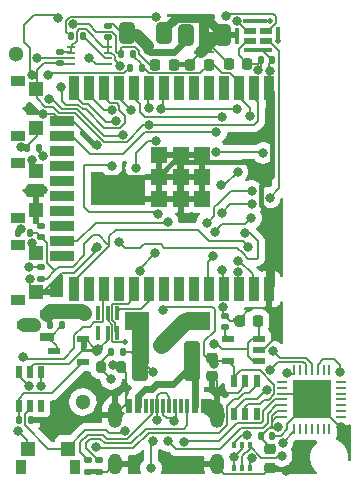
<source format=gbr>
%TF.GenerationSoftware,KiCad,Pcbnew,(6.0.9-0)*%
%TF.CreationDate,2022-11-18T22:27:02+01:00*%
%TF.ProjectId,GlowCoreMini PCB,476c6f77-436f-4726-954d-696e69205043,rev?*%
%TF.SameCoordinates,Original*%
%TF.FileFunction,Copper,L1,Top*%
%TF.FilePolarity,Positive*%
%FSLAX46Y46*%
G04 Gerber Fmt 4.6, Leading zero omitted, Abs format (unit mm)*
G04 Created by KiCad (PCBNEW (6.0.9-0)) date 2022-11-18 22:27:02*
%MOMM*%
%LPD*%
G01*
G04 APERTURE LIST*
G04 Aperture macros list*
%AMRoundRect*
0 Rectangle with rounded corners*
0 $1 Rounding radius*
0 $2 $3 $4 $5 $6 $7 $8 $9 X,Y pos of 4 corners*
0 Add a 4 corners polygon primitive as box body*
4,1,4,$2,$3,$4,$5,$6,$7,$8,$9,$2,$3,0*
0 Add four circle primitives for the rounded corners*
1,1,$1+$1,$2,$3*
1,1,$1+$1,$4,$5*
1,1,$1+$1,$6,$7*
1,1,$1+$1,$8,$9*
0 Add four rect primitives between the rounded corners*
20,1,$1+$1,$2,$3,$4,$5,0*
20,1,$1+$1,$4,$5,$6,$7,0*
20,1,$1+$1,$6,$7,$8,$9,0*
20,1,$1+$1,$8,$9,$2,$3,0*%
G04 Aperture macros list end*
%TA.AperFunction,SMDPad,CuDef*%
%ADD10R,0.400000X1.145009*%
%TD*%
%TA.AperFunction,SMDPad,CuDef*%
%ADD11RoundRect,0.225000X0.250000X-0.225000X0.250000X0.225000X-0.250000X0.225000X-0.250000X-0.225000X0*%
%TD*%
%TA.AperFunction,SMDPad,CuDef*%
%ADD12RoundRect,0.135000X0.135000X0.185000X-0.135000X0.185000X-0.135000X-0.185000X0.135000X-0.185000X0*%
%TD*%
%TA.AperFunction,SMDPad,CuDef*%
%ADD13RoundRect,0.250000X0.400000X1.450000X-0.400000X1.450000X-0.400000X-1.450000X0.400000X-1.450000X0*%
%TD*%
%TA.AperFunction,SMDPad,CuDef*%
%ADD14RoundRect,0.200000X0.200000X0.275000X-0.200000X0.275000X-0.200000X-0.275000X0.200000X-0.275000X0*%
%TD*%
%TA.AperFunction,SMDPad,CuDef*%
%ADD15R,0.550013X1.000000*%
%TD*%
%TA.AperFunction,SMDPad,CuDef*%
%ADD16R,1.250013X0.700000*%
%TD*%
%TA.AperFunction,SMDPad,CuDef*%
%ADD17RoundRect,0.140000X-0.170000X0.140000X-0.170000X-0.140000X0.170000X-0.140000X0.170000X0.140000X0*%
%TD*%
%TA.AperFunction,SMDPad,CuDef*%
%ADD18R,0.900000X0.280010*%
%TD*%
%TA.AperFunction,SMDPad,CuDef*%
%ADD19R,0.280010X0.900000*%
%TD*%
%TA.AperFunction,SMDPad,CuDef*%
%ADD20R,3.300000X3.300000*%
%TD*%
%TA.AperFunction,SMDPad,CuDef*%
%ADD21RoundRect,0.225000X-0.225000X-0.250000X0.225000X-0.250000X0.225000X0.250000X-0.225000X0.250000X0*%
%TD*%
%TA.AperFunction,SMDPad,CuDef*%
%ADD22R,2.046380X1.620015*%
%TD*%
%TA.AperFunction,SMDPad,CuDef*%
%ADD23R,1.200000X0.900000*%
%TD*%
%TA.AperFunction,SMDPad,CuDef*%
%ADD24R,1.300000X1.200000*%
%TD*%
%TA.AperFunction,SMDPad,CuDef*%
%ADD25RoundRect,0.250000X-0.412500X-0.650000X0.412500X-0.650000X0.412500X0.650000X-0.412500X0.650000X0*%
%TD*%
%TA.AperFunction,SMDPad,CuDef*%
%ADD26O,0.750013X0.250013*%
%TD*%
%TA.AperFunction,SMDPad,CuDef*%
%ADD27RoundRect,0.135000X-0.185000X0.135000X-0.185000X-0.135000X0.185000X-0.135000X0.185000X0.135000X0*%
%TD*%
%TA.AperFunction,SMDPad,CuDef*%
%ADD28R,1.050013X0.550013*%
%TD*%
%TA.AperFunction,SMDPad,CuDef*%
%ADD29R,0.450013X1.400000*%
%TD*%
%TA.AperFunction,SMDPad,CuDef*%
%ADD30R,2.400000X0.450013*%
%TD*%
%TA.AperFunction,SMDPad,CuDef*%
%ADD31R,0.450013X1.000000*%
%TD*%
%TA.AperFunction,SMDPad,CuDef*%
%ADD32R,2.000000X0.450013*%
%TD*%
%TA.AperFunction,SMDPad,CuDef*%
%ADD33RoundRect,0.135000X-0.135000X-0.185000X0.135000X-0.185000X0.135000X0.185000X-0.135000X0.185000X0*%
%TD*%
%TA.AperFunction,SMDPad,CuDef*%
%ADD34RoundRect,0.140000X0.140000X0.170000X-0.140000X0.170000X-0.140000X-0.170000X0.140000X-0.170000X0*%
%TD*%
%TA.AperFunction,SMDPad,CuDef*%
%ADD35R,1.000000X0.600000*%
%TD*%
%TA.AperFunction,SMDPad,CuDef*%
%ADD36R,1.070003X0.600000*%
%TD*%
%TA.AperFunction,SMDPad,CuDef*%
%ADD37RoundRect,0.135000X0.185000X-0.135000X0.185000X0.135000X-0.185000X0.135000X-0.185000X-0.135000X0*%
%TD*%
%TA.AperFunction,SMDPad,CuDef*%
%ADD38R,0.900000X1.200000*%
%TD*%
%TA.AperFunction,SMDPad,CuDef*%
%ADD39R,1.200000X1.300000*%
%TD*%
%TA.AperFunction,SMDPad,CuDef*%
%ADD40R,0.419990X0.600000*%
%TD*%
%TA.AperFunction,SMDPad,CuDef*%
%ADD41R,0.900000X2.000000*%
%TD*%
%TA.AperFunction,SMDPad,CuDef*%
%ADD42R,2.000000X0.900000*%
%TD*%
%TA.AperFunction,SMDPad,CuDef*%
%ADD43R,1.330000X1.330000*%
%TD*%
%TA.AperFunction,SMDPad,CuDef*%
%ADD44R,0.600000X1.300000*%
%TD*%
%TA.AperFunction,SMDPad,CuDef*%
%ADD45R,0.300000X1.300000*%
%TD*%
%TA.AperFunction,ComponentPad*%
%ADD46O,1.200000X2.200000*%
%TD*%
%TA.AperFunction,ComponentPad*%
%ADD47O,1.200000X1.800000*%
%TD*%
%TA.AperFunction,SMDPad,CuDef*%
%ADD48RoundRect,0.140000X-0.140000X-0.170000X0.140000X-0.170000X0.140000X0.170000X-0.140000X0.170000X0*%
%TD*%
%TA.AperFunction,SMDPad,CuDef*%
%ADD49RoundRect,0.140000X0.170000X-0.140000X0.170000X0.140000X-0.170000X0.140000X-0.170000X-0.140000X0*%
%TD*%
%TA.AperFunction,ViaPad*%
%ADD50C,0.500000*%
%TD*%
%TA.AperFunction,ViaPad*%
%ADD51C,1.300000*%
%TD*%
%TA.AperFunction,ViaPad*%
%ADD52C,0.800000*%
%TD*%
%TA.AperFunction,Conductor*%
%ADD53C,1.300000*%
%TD*%
%TA.AperFunction,Conductor*%
%ADD54C,0.127000*%
%TD*%
%TA.AperFunction,Conductor*%
%ADD55C,0.150000*%
%TD*%
%TA.AperFunction,Conductor*%
%ADD56C,0.600000*%
%TD*%
%TA.AperFunction,Conductor*%
%ADD57C,1.000000*%
%TD*%
%TA.AperFunction,Conductor*%
%ADD58C,0.800000*%
%TD*%
%TA.AperFunction,Conductor*%
%ADD59C,1.200000*%
%TD*%
%TA.AperFunction,Conductor*%
%ADD60C,0.400000*%
%TD*%
%TA.AperFunction,Conductor*%
%ADD61C,1.400000*%
%TD*%
G04 APERTURE END LIST*
D10*
%TO.P,U8,1,SDO*%
%TO.N,unconnected-(U8-Pad1)*%
X90771470Y-76336400D03*
%TO.P,U8,2,GND*%
%TO.N,GND*%
X91571572Y-76336400D03*
%TO.P,U8,3,SDI*%
%TO.N,IO5{slash}STATUS LED DATA*%
X92371674Y-76336400D03*
%TO.P,U8,4,CKL*%
%TO.N,IO18{slash}STATUS LED CLOCK*%
X92371674Y-74641200D03*
%TO.P,U8,5,VDD*%
%TO.N,5V AFTER MOSFET*%
X91571572Y-74641200D03*
%TO.P,U8,6,CKO*%
%TO.N,unconnected-(U8-Pad6)*%
X90771470Y-74641200D03*
%TD*%
D11*
%TO.P,C14,1*%
%TO.N,GND*%
X100406200Y-79997600D03*
%TO.P,C14,2*%
%TO.N,+3V3*%
X100406200Y-78447600D03*
%TD*%
D12*
%TO.P,R6,1*%
%TO.N,GND*%
X85092000Y-83743800D03*
%TO.P,R6,2*%
%TO.N,Net-(R6-Pad2)*%
X84072000Y-83743800D03*
%TD*%
D13*
%TO.P,F1,1*%
%TO.N,Net-(F1-Pad1)*%
X98745000Y-78740000D03*
%TO.P,F1,2*%
%TO.N,VBUS*%
X94295000Y-78740000D03*
%TD*%
D14*
%TO.P,R4,1*%
%TO.N,GND*%
X92699950Y-79248600D03*
%TO.P,R4,2*%
%TO.N,IO25{slash}VBUS*%
X91049950Y-79248600D03*
%TD*%
D15*
%TO.P,U9,1,LE*%
%TO.N,Net-(R9-Pad1)*%
X104188515Y-80413349D03*
%TO.P,U9,2,GND*%
%TO.N,GND*%
X103238553Y-80413349D03*
%TO.P,U9,3,D*%
%TO.N,+3V3*%
X102288591Y-80413349D03*
%TO.P,U9,4,Q*%
%TO.N,Net-(C10-Pad2)*%
X102288591Y-83213451D03*
%TO.P,U9,5,VCC*%
%TO.N,+3V3*%
X103238553Y-83213451D03*
%TO.P,U9,6,OE#*%
%TO.N,unconnected-(U9-Pad6)*%
X104188515Y-83213451D03*
%TD*%
D12*
%TO.P,R5,1*%
%TO.N,Net-(R5-Pad1)*%
X87736750Y-75692600D03*
%TO.P,R5,2*%
%TO.N,+5V*%
X86716750Y-75692600D03*
%TD*%
D16*
%TO.P,U5,1,G*%
%TO.N,Net-(R5-Pad1)*%
X86476549Y-76660303D03*
%TO.P,U5,2,S*%
%TO.N,+5V*%
X86476549Y-74760379D03*
%TO.P,U5,3,D*%
%TO.N,5V AFTER MOSFET*%
X84476549Y-75710341D03*
%TD*%
D17*
%TO.P,C8,1*%
%TO.N,GND*%
X101513848Y-74897587D03*
%TO.P,C8,2*%
%TO.N,Net-(C8-Pad2)*%
X101513848Y-75857587D03*
%TD*%
D18*
%TO.P,U12,1,DCD*%
%TO.N,unconnected-(U12-Pad1)*%
X106361721Y-80490133D03*
%TO.P,U12,2,RI*%
%TO.N,unconnected-(U12-Pad2)*%
X106361721Y-80990514D03*
%TO.P,U12,3,GND*%
%TO.N,GND*%
X106361721Y-81490895D03*
%TO.P,U12,4,D+*%
%TO.N,USB-C DATA+*%
X106361721Y-81991276D03*
%TO.P,U12,5,D-*%
%TO.N,USB-C DATA-*%
X106361721Y-82491657D03*
%TO.P,U12,6,VDD*%
%TO.N,Net-(C10-Pad2)*%
X106361721Y-82992038D03*
%TO.P,U12,7,REGIN*%
X106361721Y-83492419D03*
D19*
%TO.P,U12,8,VBUS*%
%TO.N,VBUS*%
X107360451Y-84491403D03*
%TO.P,U12,9,~{RST}*%
%TO.N,unconnected-(U12-Pad9)*%
X107860832Y-84491403D03*
%TO.P,U12,10,NC*%
%TO.N,unconnected-(U12-Pad10)*%
X108361213Y-84491403D03*
%TO.P,U12,11,~{SUSPEND}*%
%TO.N,unconnected-(U12-Pad11)*%
X108861594Y-84491403D03*
%TO.P,U12,12,SUSPEND*%
%TO.N,unconnected-(U12-Pad12)*%
X109361975Y-84491403D03*
%TO.P,U12,13,NC*%
%TO.N,unconnected-(U12-Pad13)*%
X109862356Y-84491403D03*
%TO.P,U12,14,NC*%
%TO.N,unconnected-(U12-Pad14)*%
X110362737Y-84491403D03*
D18*
%TO.P,U12,15,NC*%
%TO.N,unconnected-(U12-Pad15)*%
X111361721Y-83492419D03*
%TO.P,U12,16,NC*%
%TO.N,unconnected-(U12-Pad16)*%
X111361721Y-82992038D03*
%TO.P,U12,17,NC*%
%TO.N,unconnected-(U12-Pad17)*%
X111361721Y-82491657D03*
%TO.P,U12,18,NC*%
%TO.N,unconnected-(U12-Pad18)*%
X111361721Y-81991276D03*
%TO.P,U12,19,NC*%
%TO.N,unconnected-(U12-Pad19)*%
X111361721Y-81490895D03*
%TO.P,U12,20,NC*%
%TO.N,unconnected-(U12-Pad20)*%
X111361721Y-80990514D03*
%TO.P,U12,21,NC*%
%TO.N,unconnected-(U12-Pad21)*%
X111361721Y-80490133D03*
D19*
%TO.P,U12,22,NC*%
%TO.N,unconnected-(U12-Pad22)*%
X110362737Y-79491403D03*
%TO.P,U12,23,CTS*%
%TO.N,unconnected-(U12-Pad23)*%
X109862356Y-79491403D03*
%TO.P,U12,24,RTS*%
%TO.N,RTS*%
X109361975Y-79491403D03*
%TO.P,U12,25,RXD*%
%TO.N,TXD0*%
X108861594Y-79491403D03*
%TO.P,U12,26,TXD*%
%TO.N,RXD0*%
X108361213Y-79491403D03*
%TO.P,U12,27,DSR*%
%TO.N,unconnected-(U12-Pad27)*%
X107860832Y-79491403D03*
%TO.P,U12,28,DTR*%
%TO.N,DTR*%
X107360451Y-79491403D03*
D20*
%TO.P,U12,29,GND_PAD*%
%TO.N,GND*%
X108861594Y-81991276D03*
%TD*%
D21*
%TO.P,C6,1*%
%TO.N,GND*%
X102758448Y-75354787D03*
%TO.P,C6,2*%
%TO.N,+5V*%
X104308448Y-75354787D03*
%TD*%
D22*
%TO.P,U7,1,K*%
%TO.N,+5V*%
X99237831Y-75361825D03*
%TO.P,U7,2,A*%
%TO.N,VBUS*%
X94107020Y-75361825D03*
%TD*%
D21*
%TO.P,C5,1*%
%TO.N,GND*%
X101853400Y-53545855D03*
%TO.P,C5,2*%
%TO.N,Net-(C4-Pad2)*%
X103403400Y-53545855D03*
%TD*%
D23*
%TO.P,SW2,1,1*%
%TO.N,unconnected-(SW2-Pad1)*%
X83985932Y-59653775D03*
%TO.P,SW2,2,2*%
%TO.N,unconnected-(SW2-Pad2)*%
X83985932Y-55053825D03*
D24*
%TO.P,SW2,3,3*%
%TO.N,Net-(R9-Pad1)*%
X85535843Y-59028679D03*
%TO.P,SW2,4,4*%
%TO.N,+3V3*%
X85535843Y-55678667D03*
%TD*%
D25*
%TO.P,C7,1*%
%TO.N,5V AFTER MOSFET*%
X98183300Y-51155600D03*
%TO.P,C7,2*%
%TO.N,GND*%
X101308300Y-51155600D03*
%TD*%
D26*
%TO.P,U2,1,VCCA*%
%TO.N,5V AFTER MOSFET*%
X91605780Y-53617663D03*
%TO.P,U2,2,A1*%
%TO.N,Net-(R1-Pad1)*%
X91605780Y-53117536D03*
%TO.P,U2,3,A2*%
%TO.N,GND*%
X91605780Y-52617663D03*
%TO.P,U2,4,GND*%
X91605780Y-52117536D03*
%TO.P,U2,5,DIR*%
X88505958Y-52117536D03*
%TO.P,U2,6,B2*%
X88505958Y-52617663D03*
%TO.P,U2,7,B1*%
%TO.N,IO16{slash}LED1*%
X88505958Y-53117536D03*
%TO.P,U2,8,VCCB*%
%TO.N,+3V3*%
X88505958Y-53617663D03*
%TD*%
D25*
%TO.P,C9,1*%
%TO.N,5V AFTER MOSFET*%
X93230300Y-51003200D03*
%TO.P,C9,2*%
%TO.N,GND*%
X96355300Y-51003200D03*
%TD*%
D27*
%TO.P,R13,1*%
%TO.N,Net-(R13-Pad1)*%
X85956750Y-70737600D03*
%TO.P,R13,2*%
%TO.N,IO0*%
X85956750Y-71757600D03*
%TD*%
D23*
%TO.P,SW3,1,1*%
%TO.N,unconnected-(SW3-Pad1)*%
X83985932Y-73547575D03*
%TO.P,SW3,2,2*%
%TO.N,unconnected-(SW3-Pad2)*%
X83985932Y-68947625D03*
D24*
%TO.P,SW3,3,3*%
%TO.N,GND*%
X85535843Y-72922479D03*
%TO.P,SW3,4,4*%
%TO.N,Net-(R12-Pad1)*%
X85535843Y-69572467D03*
%TD*%
D12*
%TO.P,R14,1*%
%TO.N,EN*%
X93702600Y-52730400D03*
%TO.P,R14,2*%
%TO.N,+3V3*%
X92682600Y-52730400D03*
%TD*%
D17*
%TO.P,C1,1*%
%TO.N,5V AFTER MOSFET*%
X91617800Y-50370800D03*
%TO.P,C1,2*%
%TO.N,GND*%
X91617800Y-51330800D03*
%TD*%
D28*
%TO.P,U3,1,VDD*%
%TO.N,Net-(C4-Pad2)*%
X103617317Y-51615455D03*
%TO.P,U3,2,L/R*%
%TO.N,IO15{slash}WS{slash}TDO*%
X104967584Y-51615455D03*
%TO.P,U3,3,CLK*%
%TO.N,IO14{slash}SCK{slash}TMS*%
X104967584Y-50765569D03*
%TO.P,U3,4,DATA*%
%TO.N,IO32{slash}SD*%
X103617317Y-50765569D03*
D29*
%TO.P,U3,5,GND*%
%TO.N,GND*%
X102567533Y-51190512D03*
D30*
%TO.P,U3,6,GND*%
X104292451Y-52415557D03*
D31*
%TO.P,U3,7,GND*%
X106017368Y-50971488D03*
D32*
%TO.P,U3,8,GND*%
X104092349Y-49965468D03*
%TD*%
D33*
%TO.P,R12,1*%
%TO.N,Net-(R12-Pad1)*%
X93444600Y-53898800D03*
%TO.P,R12,2*%
%TO.N,EN*%
X94464600Y-53898800D03*
%TD*%
%TO.P,R9,1*%
%TO.N,Net-(R9-Pad1)*%
X84783200Y-60731400D03*
%TO.P,R9,2*%
%TO.N,GND*%
X85803200Y-60731400D03*
%TD*%
%TO.P,R3,1*%
%TO.N,IO25{slash}VBUS*%
X91898350Y-78004000D03*
%TO.P,R3,2*%
%TO.N,VBUS*%
X92918350Y-78004000D03*
%TD*%
D34*
%TO.P,C4,1*%
%TO.N,GND*%
X105509000Y-53289200D03*
%TO.P,C4,2*%
%TO.N,Net-(C4-Pad2)*%
X104549000Y-53289200D03*
%TD*%
D23*
%TO.P,SW4,1,1*%
%TO.N,unconnected-(SW4-Pad1)*%
X83985932Y-66600675D03*
%TO.P,SW4,2,2*%
%TO.N,unconnected-(SW4-Pad2)*%
X83985932Y-62000725D03*
D24*
%TO.P,SW4,3,3*%
%TO.N,GND*%
X85535843Y-65975579D03*
%TO.P,SW4,4,4*%
%TO.N,Net-(R13-Pad1)*%
X85535843Y-62625567D03*
%TD*%
D35*
%TO.P,U6,1,IN*%
%TO.N,+5V*%
X104401852Y-78750711D03*
%TO.P,U6,2,GND*%
%TO.N,GND*%
X104401852Y-77800749D03*
%TO.P,U6,3,EN*%
%TO.N,+5V*%
X104401852Y-76850787D03*
%TO.P,U6,4,BYP*%
%TO.N,Net-(C8-Pad2)*%
X101801648Y-76850787D03*
%TO.P,U6,5,OUT*%
%TO.N,+3V3*%
X101801648Y-78750711D03*
%TD*%
D36*
%TO.P,U11,1,G*%
%TO.N,Net-(R6-Pad2)*%
X89525477Y-78800962D03*
%TO.P,U11,2,S*%
%TO.N,GND*%
X89525477Y-76901038D03*
%TO.P,U11,3,D*%
%TO.N,Net-(R5-Pad1)*%
X87055323Y-77851000D03*
%TD*%
D37*
%TO.P,R7,1*%
%TO.N,GND*%
X89890600Y-88147200D03*
%TO.P,R7,2*%
%TO.N,USB-C CC1*%
X89890600Y-87127200D03*
%TD*%
D12*
%TO.P,R15,1*%
%TO.N,IO0*%
X85041200Y-67919600D03*
%TO.P,R15,2*%
%TO.N,+3V3*%
X84021200Y-67919600D03*
%TD*%
D38*
%TO.P,SW1,1,1*%
%TO.N,unconnected-(SW1-Pad1)*%
X88851489Y-87692668D03*
%TO.P,SW1,2,2*%
%TO.N,unconnected-(SW1-Pad2)*%
X84251539Y-87692668D03*
D39*
%TO.P,SW1,3,3*%
%TO.N,+3V3*%
X88226393Y-86142757D03*
%TO.P,SW1,4,4*%
%TO.N,IO33{slash}MAINBUTTON*%
X84876381Y-86142757D03*
%TD*%
D37*
%TO.P,R8,1*%
%TO.N,GND*%
X90855800Y-88147200D03*
%TO.P,R8,2*%
%TO.N,USB-C CC2*%
X90855800Y-87127200D03*
%TD*%
D11*
%TO.P,C10,1*%
%TO.N,GND*%
X105333800Y-87770000D03*
%TO.P,C10,2*%
%TO.N,Net-(C10-Pad2)*%
X105333800Y-86220000D03*
%TD*%
D40*
%TO.P,U14,1,E*%
%TO.N,RTS*%
X102321613Y-87767162D03*
%TO.P,U14,2,B*%
%TO.N,DTR*%
X102971600Y-87767162D03*
%TO.P,U14,3,C*%
%TO.N,IO0*%
X103621587Y-87767162D03*
%TO.P,U14,4,E*%
%TO.N,DTR*%
X103621587Y-85867238D03*
%TO.P,U14,5,B*%
%TO.N,RTS*%
X102971600Y-85867238D03*
%TO.P,U14,6,C*%
%TO.N,EN*%
X102321613Y-85867238D03*
%TD*%
D41*
%TO.P,U1,1,GND*%
%TO.N,GND*%
X105250150Y-55653500D03*
%TO.P,U1,2,3V3*%
%TO.N,+3V3*%
X103980150Y-55653500D03*
%TO.P,U1,3,EN*%
%TO.N,EN*%
X102710150Y-55653500D03*
%TO.P,U1,4,SENSOR_VP*%
%TO.N,unconnected-(U1-Pad4)*%
X101440150Y-55653500D03*
%TO.P,U1,5,SENSOR_VN*%
%TO.N,unconnected-(U1-Pad5)*%
X100170150Y-55653500D03*
%TO.P,U1,6,I34*%
%TO.N,unconnected-(U1-Pad6)*%
X98900150Y-55653500D03*
%TO.P,U1,7,I35*%
%TO.N,unconnected-(U1-Pad7)*%
X97630150Y-55653500D03*
%TO.P,U1,8,IO32*%
%TO.N,IO32{slash}SD*%
X96360150Y-55653500D03*
%TO.P,U1,9,IO33*%
%TO.N,IO33{slash}MAINBUTTON*%
X95090150Y-55653500D03*
%TO.P,U1,10,IO25*%
%TO.N,IO25{slash}VBUS*%
X93820150Y-55653500D03*
%TO.P,U1,11,IO26*%
%TO.N,IO26*%
X92550150Y-55653500D03*
%TO.P,U1,12,IO27*%
%TO.N,IO27*%
X91280150Y-55653500D03*
%TO.P,U1,13,IO14*%
%TO.N,IO14{slash}SCK{slash}TMS*%
X90010150Y-55653500D03*
%TO.P,U1,14,IO12*%
%TO.N,IO12{slash}TDI*%
X88740150Y-55653500D03*
D42*
%TO.P,U1,15,GND*%
%TO.N,GND*%
X87740150Y-58438500D03*
%TO.P,U1,16,IO13*%
%TO.N,IO13{slash}TCK*%
X87740150Y-59708500D03*
%TO.P,U1,17,NC*%
%TO.N,unconnected-(U1-Pad17)*%
X87740150Y-60978500D03*
%TO.P,U1,18,NC*%
%TO.N,unconnected-(U1-Pad18)*%
X87740150Y-62248500D03*
%TO.P,U1,19,NC*%
%TO.N,unconnected-(U1-Pad19)*%
X87740150Y-63518500D03*
%TO.P,U1,20,NC*%
%TO.N,unconnected-(U1-Pad20)*%
X87740150Y-64788500D03*
%TO.P,U1,21,NC*%
%TO.N,unconnected-(U1-Pad21)*%
X87740150Y-66058500D03*
%TO.P,U1,22,NC*%
%TO.N,unconnected-(U1-Pad22)*%
X87740150Y-67328500D03*
%TO.P,U1,23,IO15*%
%TO.N,IO15{slash}WS{slash}TDO*%
X87740150Y-68598500D03*
%TO.P,U1,24,IO2*%
%TO.N,unconnected-(U1-Pad24)*%
X87740150Y-69868500D03*
D41*
%TO.P,U1,25,IO0*%
%TO.N,IO0*%
X88740150Y-72653500D03*
%TO.P,U1,26,IO4*%
%TO.N,unconnected-(U1-Pad26)*%
X90010150Y-72653500D03*
%TO.P,U1,27,IO16*%
%TO.N,IO16{slash}LED1*%
X91280150Y-72653500D03*
%TO.P,U1,28,IO17*%
%TO.N,unconnected-(U1-Pad28)*%
X92550150Y-72653500D03*
%TO.P,U1,29,IO5*%
%TO.N,IO5{slash}STATUS LED DATA*%
X93820150Y-72653500D03*
%TO.P,U1,30,IO18*%
%TO.N,IO18{slash}STATUS LED CLOCK*%
X95090150Y-72653500D03*
%TO.P,U1,31,IO19*%
%TO.N,unconnected-(U1-Pad31)*%
X96360150Y-72653500D03*
%TO.P,U1,32,NC1*%
%TO.N,unconnected-(U1-Pad32)*%
X97630150Y-72653500D03*
%TO.P,U1,33,IO21*%
%TO.N,unconnected-(U1-Pad33)*%
X98900150Y-72653500D03*
%TO.P,U1,34,RXD0*%
%TO.N,RXD0*%
X100170150Y-72653500D03*
%TO.P,U1,35,TXD0*%
%TO.N,TXD0*%
X101440150Y-72653500D03*
%TO.P,U1,36,IO22*%
%TO.N,IO22{slash}LED LETCH EN*%
X102710150Y-72653500D03*
%TO.P,U1,37,IO23*%
%TO.N,IO23{slash}POWERMOSFETS*%
X103980150Y-72653500D03*
%TO.P,U1,38,GND*%
%TO.N,GND*%
X105250150Y-72653500D03*
D43*
%TO.P,U1,39,GND*%
X97750150Y-63153500D03*
X99585150Y-63153500D03*
X95915150Y-61318500D03*
X95915150Y-64988500D03*
X95915150Y-63153500D03*
X99585150Y-61318500D03*
X97750150Y-64988500D03*
X97750150Y-61318500D03*
X99585150Y-64988500D03*
%TD*%
D44*
%TO.P,USB1,A1B12,GND*%
%TO.N,GND*%
X93348652Y-82539284D03*
%TO.P,USB1,A4B9,VBUS*%
%TO.N,Net-(F1-Pad1)*%
X94148499Y-82539284D03*
D45*
%TO.P,USB1,A5,CC1*%
%TO.N,USB-C CC1*%
X95298614Y-82539284D03*
%TO.P,USB1,A6,DP1*%
%TO.N,USB-C DATA+*%
X96298614Y-82539284D03*
%TO.P,USB1,A7,DN1*%
%TO.N,USB-C DATA-*%
X96798486Y-82539284D03*
%TO.P,USB1,A8,SBU1*%
%TO.N,unconnected-(USB1-PadA8)*%
X97798486Y-82539284D03*
D44*
%TO.P,USB1,B1A12,GND*%
%TO.N,GND*%
X99748448Y-82539284D03*
%TO.P,USB1,B4A9,VBUS*%
%TO.N,Net-(F1-Pad1)*%
X98948601Y-82539284D03*
D45*
%TO.P,USB1,B5,CC2*%
%TO.N,USB-C CC2*%
X98298614Y-82539284D03*
%TO.P,USB1,B6,DP2*%
%TO.N,USB-C DATA+*%
X97298614Y-82539284D03*
%TO.P,USB1,B7,DN2*%
%TO.N,USB-C DATA-*%
X95798486Y-82539284D03*
%TO.P,USB1,B8,SBU2*%
%TO.N,unconnected-(USB1-PadB8)*%
X94798486Y-82539284D03*
D46*
%TO.P,USB1,SHELL,SHELL*%
%TO.N,GND*%
X100868591Y-83281728D03*
D47*
X92228509Y-87461814D03*
D46*
X92228509Y-83281728D03*
D47*
X100868591Y-87461814D03*
%TD*%
D48*
%TO.P,C11,1*%
%TO.N,Net-(C10-Pad2)*%
X104574400Y-85064600D03*
%TO.P,C11,2*%
%TO.N,GND*%
X105534400Y-85064600D03*
%TD*%
D21*
%TO.P,C12,1*%
%TO.N,GND*%
X98589800Y-53669000D03*
%TO.P,C12,2*%
%TO.N,EN*%
X100139800Y-53669000D03*
%TD*%
D12*
%TO.P,R1,1*%
%TO.N,Net-(R1-Pad1)*%
X89460800Y-51257200D03*
%TO.P,R1,2*%
%TO.N,LED1 DATA OUT*%
X88440800Y-51257200D03*
%TD*%
D49*
%TO.P,C13,1*%
%TO.N,IO0*%
X85931350Y-68247800D03*
%TO.P,C13,2*%
%TO.N,GND*%
X85931350Y-67287800D03*
%TD*%
D15*
%TO.P,U4,1,LE*%
%TO.N,IO22{slash}LED LETCH EN*%
X85938260Y-79702149D03*
%TO.P,U4,2,GND*%
%TO.N,GND*%
X84988298Y-79702149D03*
%TO.P,U4,3,D*%
%TO.N,IO23{slash}POWERMOSFETS*%
X84038336Y-79702149D03*
%TO.P,U4,4,Q*%
%TO.N,Net-(R6-Pad2)*%
X84038336Y-82502251D03*
%TO.P,U4,5,VCC*%
%TO.N,+3V3*%
X84988298Y-82502251D03*
%TO.P,U4,6,OE#*%
%TO.N,unconnected-(U4-Pad6)*%
X85938260Y-82502251D03*
%TD*%
D49*
%TO.P,C2,1*%
%TO.N,+3V3*%
X87528400Y-53540600D03*
%TO.P,C2,2*%
%TO.N,GND*%
X87528400Y-52580600D03*
%TD*%
D21*
%TO.P,C3,1*%
%TO.N,+3V3*%
X95631000Y-53669000D03*
%TO.P,C3,2*%
%TO.N,GND*%
X97181000Y-53669000D03*
%TD*%
D50*
%TO.N,5V AFTER MOSFET*%
X93068500Y-77157673D03*
D51*
%TO.N,*%
X83845400Y-52730400D03*
X89484200Y-82194400D03*
D52*
%TO.N,5V AFTER MOSFET*%
X90030800Y-53072800D03*
X94996000Y-52374800D03*
X85531460Y-75892271D03*
%TO.N,GND*%
X90652600Y-63550800D03*
X106654600Y-88011000D03*
X86115198Y-64252802D03*
X99466400Y-52603400D03*
D50*
X105308400Y-49961800D03*
D52*
X90652600Y-69088000D03*
D50*
X106019600Y-51663600D03*
D52*
X90017600Y-80568800D03*
X90805000Y-77698600D03*
X84988400Y-71805800D03*
X92049600Y-79095600D03*
X111328200Y-84328000D03*
X90652600Y-60434700D03*
X86115198Y-61341000D03*
X86097900Y-57810400D03*
X105350550Y-54144150D03*
X92614666Y-53775184D03*
X101320600Y-74180002D03*
%TO.N,+3V3*%
X95605600Y-69621400D03*
X85187116Y-54512884D03*
X87376000Y-49682400D03*
X96266000Y-74422000D03*
X94311846Y-71098957D03*
X88646000Y-50233100D03*
X84263704Y-67577177D03*
X93045210Y-84645910D03*
X100602100Y-79021100D03*
X95097600Y-58775600D03*
%TO.N,+5V*%
X96062800Y-77393800D03*
X100558600Y-77292200D03*
X89560400Y-74701400D03*
%TO.N,EN*%
X103632000Y-57988200D03*
X103403400Y-85005700D03*
%TO.N,IO0*%
X103505000Y-69062600D03*
X103784400Y-86982050D03*
%TO.N,VBUS*%
X95453200Y-79705200D03*
X106388352Y-85661048D03*
X95250000Y-87807800D03*
X95402400Y-85471000D03*
%TO.N,LED1 DATA OUT*%
X95687451Y-49619886D03*
%TO.N,IO25{slash}VBUS*%
X101244400Y-58064400D03*
X91871800Y-80238600D03*
%TO.N,IO33{slash}MAINBUTTON*%
X83997800Y-84632800D03*
X92868875Y-59596500D03*
X95123000Y-57327800D03*
X86621780Y-56573900D03*
%TO.N,IO22{slash}LED LETCH EN*%
X85953600Y-80822800D03*
X102622225Y-71215375D03*
%TO.N,IO23{slash}POWERMOSFETS*%
X84886800Y-80881700D03*
X102590600Y-70231000D03*
%TO.N,IO32{slash}SD*%
X96123098Y-57378600D03*
X102514400Y-49964010D03*
X94005400Y-62382400D03*
X102565200Y-57378600D03*
X95656400Y-60071000D03*
%TO.N,IO14{slash}SCK{slash}TMS*%
X95834200Y-66268600D03*
X102582500Y-62712600D03*
X91927628Y-57522900D03*
X101219000Y-63830200D03*
X91922600Y-62204600D03*
X101577102Y-49530000D03*
%TO.N,IO12{slash}TDI*%
X92320900Y-58378106D03*
%TO.N,IO13{slash}TCK*%
X100761800Y-59377100D03*
%TO.N,IO15{slash}WS{slash}TDO*%
X103784400Y-64338200D03*
X99999800Y-67030600D03*
X96672400Y-66979800D03*
X105298300Y-64897000D03*
%TO.N,IO16{slash}LED1*%
X85615300Y-53060600D03*
X84455000Y-78384400D03*
%TO.N,RXD0*%
X105301925Y-79508475D03*
X100533200Y-69875400D03*
X103759000Y-66624200D03*
X100711000Y-67792600D03*
%TO.N,TXD0*%
X101244400Y-66167000D03*
X105579700Y-77927200D03*
X103809800Y-65430400D03*
X101244400Y-71043800D03*
%TO.N,USB-C DATA+*%
X98044000Y-85580700D03*
X97205800Y-83802700D03*
%TO.N,USB-C DATA-*%
X96672400Y-85496400D03*
X95758000Y-83693000D03*
%TO.N,RTS*%
X102321613Y-86832187D03*
X111252000Y-79654400D03*
%TO.N,DTR*%
X106769935Y-79756857D03*
X106316369Y-86759827D03*
%TO.N,Net-(C4-Pad2)*%
X92506800Y-68656200D03*
X104330500Y-54126998D03*
X103225600Y-67894200D03*
%TO.N,Net-(C10-Pad2)*%
X100776652Y-61036200D03*
X106034435Y-84333709D03*
X104759700Y-61112400D03*
X105079800Y-81178400D03*
%TO.N,Net-(R9-Pad1)*%
X84277677Y-60630277D03*
X90591525Y-86002225D03*
%TO.N,Net-(R12-Pad1)*%
X85166200Y-68766100D03*
X86571300Y-54483000D03*
%TO.N,Net-(R13-Pad1)*%
X85166200Y-61696600D03*
X84963000Y-70815200D03*
%TO.N,IO26*%
X93548200Y-57454800D03*
%TO.N,IO27*%
X87630000Y-55549800D03*
%TD*%
D53*
%TO.N,+5V*%
X86738728Y-74498200D02*
X86476549Y-74760379D01*
X89357200Y-74498200D02*
X86738728Y-74498200D01*
X89560400Y-74701400D02*
X89357200Y-74498200D01*
D54*
%TO.N,GND*%
X91571572Y-76336400D02*
X91571572Y-76932028D01*
X91571572Y-76932028D02*
X90805000Y-77698600D01*
%TO.N,5V AFTER MOSFET*%
X91571572Y-74641200D02*
X91571572Y-75276100D01*
X91571572Y-75276100D02*
X91962072Y-75666600D01*
X91962072Y-75666600D02*
X91962072Y-77080302D01*
X92039443Y-77157673D02*
X93068500Y-77157673D01*
X91962072Y-77080302D02*
X92039443Y-77157673D01*
%TO.N,IO5{slash}STATUS LED DATA*%
X93820150Y-72653500D02*
X93820150Y-73337250D01*
X93820150Y-73337250D02*
X93279204Y-73878196D01*
X91981174Y-75293374D02*
X92227400Y-75539600D01*
X93279204Y-73878196D02*
X91981174Y-73878196D01*
X92227400Y-76192126D02*
X92371674Y-76336400D01*
X91981174Y-73878196D02*
X91981174Y-75293374D01*
X92227400Y-75539600D02*
X92227400Y-76192126D01*
%TO.N,IO18{slash}STATUS LED CLOCK*%
X95090150Y-72653500D02*
X95090150Y-73692850D01*
X95090150Y-73692850D02*
X94437200Y-74345800D01*
X94437200Y-74345800D02*
X92667074Y-74345800D01*
X92667074Y-74345800D02*
X92371674Y-74641200D01*
D55*
%TO.N,Net-(R6-Pad2)*%
X84038336Y-82502251D02*
X84038336Y-81976064D01*
X84038336Y-81976064D02*
X84531200Y-81483200D01*
X84531200Y-81483200D02*
X86842600Y-81483200D01*
X86842600Y-81483200D02*
X89487058Y-78838743D01*
D54*
%TO.N,IO16{slash}LED1*%
X90068400Y-75844400D02*
X90449400Y-75463400D01*
X90449400Y-75463400D02*
X91084400Y-75463400D01*
X91084400Y-75463400D02*
X91161970Y-75385830D01*
X91161970Y-75385830D02*
X91161970Y-72771680D01*
X89458800Y-75844400D02*
X90068400Y-75844400D01*
X91161970Y-72771680D02*
X91280150Y-72653500D01*
D55*
%TO.N,5V AFTER MOSFET*%
X91605780Y-53617663D02*
X91848137Y-53617663D01*
X85349530Y-75710341D02*
X85531460Y-75892271D01*
D56*
X98262650Y-51495750D02*
X97205800Y-52552600D01*
D55*
X92786200Y-50927000D02*
X92786200Y-51155600D01*
D57*
X94031400Y-51130800D02*
X94996000Y-52095400D01*
D55*
X91823600Y-50193000D02*
X92052200Y-50193000D01*
D56*
X95173800Y-52552600D02*
X95072200Y-52451000D01*
D57*
X93752000Y-51130800D02*
X94031400Y-51130800D01*
D55*
X91605780Y-53617663D02*
X90575663Y-53617663D01*
D58*
X94996000Y-52095400D02*
X94996000Y-52374800D01*
D55*
X93258850Y-51130800D02*
X93752000Y-51130800D01*
X92052200Y-50193000D02*
X92786200Y-50927000D01*
X98262650Y-51156200D02*
X98262650Y-51495750D01*
X90575663Y-53617663D02*
X90030800Y-53072800D01*
X95072200Y-52451000D02*
X94996000Y-52374800D01*
D59*
X84476549Y-75710341D02*
X85349530Y-75710341D01*
D56*
X97205800Y-52552600D02*
X95173800Y-52552600D01*
D55*
X93203487Y-51103387D02*
X93255700Y-51155600D01*
%TO.N,GND*%
X102758448Y-75354787D02*
X101971048Y-75354787D01*
X104635357Y-52415557D02*
X105509000Y-53289200D01*
X100406200Y-79997600D02*
X100868591Y-80459991D01*
D60*
X95816700Y-63153500D02*
X91049900Y-63153500D01*
D55*
X84988298Y-79702149D02*
X84988298Y-79298902D01*
X85092000Y-83743800D02*
X90500200Y-83743800D01*
X101117400Y-81407000D02*
X100868591Y-81655809D01*
D60*
X91049900Y-63153500D02*
X90652600Y-63550800D01*
D55*
X88468895Y-52580600D02*
X88505958Y-52617663D01*
D57*
X100913600Y-51156200D02*
X99949000Y-52120800D01*
D55*
X98589800Y-53670200D02*
X98589800Y-53480000D01*
X90652600Y-69088000D02*
X90652600Y-69316600D01*
X89841350Y-88147200D02*
X90826950Y-88147200D01*
X100868591Y-81655809D02*
X100868591Y-83281728D01*
X92049600Y-79095600D02*
X92546950Y-79095600D01*
X88505958Y-52117536D02*
X88505958Y-52617663D01*
D60*
X105151700Y-63368700D02*
X103708200Y-61925200D01*
D55*
X104401852Y-77800749D02*
X104774451Y-77800749D01*
D60*
X97143450Y-61925200D02*
X95915150Y-63153500D01*
D55*
X90826950Y-88147200D02*
X90833550Y-88140600D01*
X105511600Y-77063600D02*
X105511600Y-74405200D01*
X106025841Y-85059048D02*
X106279152Y-85059048D01*
X109262150Y-82372276D02*
X108861594Y-82372276D01*
X102590600Y-81407000D02*
X101117400Y-81407000D01*
X105350550Y-54144150D02*
X105250150Y-54244550D01*
X91605780Y-52117536D02*
X91605780Y-52617663D01*
D60*
X99486700Y-64988500D02*
X95816700Y-64988500D01*
D55*
X106020289Y-85064600D02*
X106025841Y-85059048D01*
X105511600Y-74405200D02*
X105151700Y-74045300D01*
X103657400Y-74269600D02*
X104927400Y-74269600D01*
X84988400Y-72346486D02*
X84988400Y-71805800D01*
D60*
X95816700Y-61318500D02*
X99486700Y-61318500D01*
D55*
X88290400Y-78968600D02*
X89728677Y-77530323D01*
D58*
X99913850Y-49682400D02*
X101387650Y-51156200D01*
D55*
X86081521Y-72922479D02*
X85564393Y-72922479D01*
X111217874Y-84328000D02*
X109262150Y-82372276D01*
X89728677Y-77530323D02*
X89728677Y-76901038D01*
X102758448Y-75354787D02*
X102758448Y-75168552D01*
X104774451Y-77800749D02*
X105511600Y-77063600D01*
X101343212Y-51190512D02*
X101308300Y-51155600D01*
X91617800Y-51330800D02*
X91617800Y-52105516D01*
D60*
X105151700Y-55653500D02*
X105486200Y-55988000D01*
D55*
X91549723Y-88140600D02*
X92228509Y-87461814D01*
X101971048Y-75354787D02*
X101513848Y-74897587D01*
D60*
X105486200Y-55988000D02*
X105486200Y-63034200D01*
D55*
X101853400Y-53545855D02*
X100428345Y-52120800D01*
X108361213Y-81871895D02*
X108861594Y-82372276D01*
X101422200Y-88315800D02*
X100868591Y-87762191D01*
X92614666Y-53651066D02*
X92614666Y-53775184D01*
X86097900Y-57810400D02*
X87013600Y-57810400D01*
X91605780Y-52617663D02*
X91818363Y-52617663D01*
X90962272Y-83281728D02*
X92228509Y-83281728D01*
X91605780Y-52617663D02*
X91855780Y-52617663D01*
X108483324Y-82372276D02*
X108861594Y-82372276D01*
D57*
X99949000Y-52120800D02*
X99466400Y-52603400D01*
D55*
X85564393Y-66920843D02*
X85931350Y-67287800D01*
X88505958Y-52117536D02*
X88505958Y-52057642D01*
X93348652Y-82539284D02*
X92970953Y-82539284D01*
X101320600Y-74704339D02*
X101513848Y-74897587D01*
X86115198Y-64252802D02*
X85564393Y-64803607D01*
X84988298Y-79298902D02*
X85318600Y-78968600D01*
X100868591Y-80459991D02*
X100868591Y-83281728D01*
X92699950Y-79248600D02*
X93167200Y-79715850D01*
D60*
X103708200Y-61925200D02*
X97143450Y-61925200D01*
D55*
X88950800Y-51612800D02*
X88950800Y-50850800D01*
D61*
X100152200Y-82626200D02*
X100152200Y-82600800D01*
D55*
X92182786Y-52944669D02*
X92182786Y-53219186D01*
X104927400Y-74269600D02*
X105151700Y-74045300D01*
X105509000Y-53289200D02*
X105250150Y-53548050D01*
X100428345Y-52120800D02*
X99949000Y-52120800D01*
X106654600Y-88011000D02*
X105574800Y-88011000D01*
X108361213Y-81490895D02*
X106361721Y-81490895D01*
X85803200Y-60731400D02*
X85803200Y-61029002D01*
D60*
X95816700Y-63153500D02*
X95816700Y-61318500D01*
X104571300Y-63949100D02*
X104571300Y-65556900D01*
D58*
X97358200Y-49682400D02*
X99913850Y-49682400D01*
D55*
X104292451Y-52415557D02*
X104635357Y-52415557D01*
D60*
X99486700Y-61318500D02*
X99486700Y-64988500D01*
D55*
X85564393Y-65975579D02*
X85564393Y-66920843D01*
D58*
X101387650Y-51156200D02*
X100913600Y-51156200D01*
D55*
X89712800Y-50647600D02*
X91182736Y-52117536D01*
X108861594Y-81991276D02*
X108361213Y-81490895D01*
X106807000Y-84531200D02*
X106807000Y-84048600D01*
D60*
X105486200Y-63034200D02*
X105151700Y-63368700D01*
D55*
X106017368Y-51661368D02*
X106019600Y-51663600D01*
X90652600Y-69316600D02*
X88696800Y-71272400D01*
X102567533Y-51190512D02*
X101343212Y-51190512D01*
X102758448Y-75168552D02*
X103657400Y-74269600D01*
D58*
X96380700Y-51155600D02*
X96380700Y-50659900D01*
D55*
X105308400Y-49961800D02*
X104096017Y-49961800D01*
X88505958Y-52117536D02*
X88621264Y-52117536D01*
X85318600Y-78968600D02*
X88290400Y-78968600D01*
X89154000Y-50647600D02*
X89712800Y-50647600D01*
X90526239Y-77698600D02*
X89728677Y-76901038D01*
D60*
X104571300Y-65556900D02*
X105537000Y-66522600D01*
D55*
X85564393Y-72922479D02*
X84988400Y-72346486D01*
X91182736Y-52117536D02*
X91605780Y-52117536D01*
X88950800Y-50850800D02*
X89154000Y-50647600D01*
X104788000Y-88315800D02*
X101422200Y-88315800D01*
X88696800Y-71272400D02*
X87731600Y-71272400D01*
X87641700Y-58438500D02*
X88656400Y-58438500D01*
D60*
X105537000Y-72268200D02*
X105151700Y-72653500D01*
D55*
X88505958Y-52057642D02*
X88950800Y-51612800D01*
X97181000Y-53670200D02*
X98589800Y-53670200D01*
D60*
X97651700Y-61318500D02*
X97651700Y-64988500D01*
D55*
X105250150Y-54244550D02*
X105250150Y-55653500D01*
X104096017Y-49961800D02*
X104092349Y-49965468D01*
X90500200Y-83743800D02*
X90962272Y-83281728D01*
X105250150Y-53548050D02*
X105250150Y-55653500D01*
X106807000Y-84048600D02*
X108483324Y-82372276D01*
X106279152Y-85059048D02*
X106807000Y-84531200D01*
X103238553Y-80759047D02*
X102590600Y-81407000D01*
X90833550Y-88140600D02*
X91549723Y-88140600D01*
X105574800Y-88011000D02*
X105333800Y-87770000D01*
X98589800Y-53480000D02*
X99466400Y-52603400D01*
X92970953Y-82539284D02*
X92228509Y-83281728D01*
X87731600Y-71272400D02*
X86081521Y-72922479D01*
X103238553Y-80413349D02*
X103238553Y-80759047D01*
X93167200Y-82343037D02*
X92228509Y-83281728D01*
X90805000Y-77698600D02*
X90526239Y-77698600D01*
X105151700Y-74045300D02*
X105151700Y-72653500D01*
X92182786Y-53219186D02*
X92614666Y-53651066D01*
X91855780Y-52617663D02*
X92182786Y-52944669D01*
X106017368Y-50971488D02*
X106017368Y-51661368D01*
X85803200Y-61029002D02*
X86115198Y-61341000D01*
X85564393Y-64803607D02*
X85564393Y-65975579D01*
X88656400Y-58438500D02*
X90652600Y-60434700D01*
X93167200Y-79715850D02*
X93167200Y-82343037D01*
X111328200Y-84328000D02*
X111217874Y-84328000D01*
X100868591Y-87762191D02*
X100868591Y-87461814D01*
X87013600Y-57810400D02*
X87641700Y-58438500D01*
D53*
X100807728Y-83281728D02*
X100152200Y-82626200D01*
D55*
X105333800Y-87770000D02*
X104788000Y-88315800D01*
X91617800Y-52105516D02*
X91605780Y-52117536D01*
X105534400Y-85064600D02*
X106020289Y-85064600D01*
X92546950Y-79095600D02*
X92699950Y-79248600D01*
D60*
X105151700Y-63368700D02*
X104571300Y-63949100D01*
D55*
X101320600Y-74180002D02*
X101320600Y-74704339D01*
D60*
X105537000Y-66522600D02*
X105537000Y-72268200D01*
D55*
X87528400Y-52580600D02*
X88468895Y-52580600D01*
D58*
X96380700Y-50659900D02*
X97358200Y-49682400D01*
D60*
X95915150Y-63153500D02*
X95816700Y-63153500D01*
D55*
%TO.N,+3V3*%
X86549157Y-86142757D02*
X88111079Y-86142757D01*
X92688000Y-52832000D02*
X92688000Y-52269800D01*
X94234000Y-52705000D02*
X95198000Y-53669000D01*
X103881700Y-56307500D02*
X103881700Y-55653500D01*
X104343200Y-56769000D02*
X103881700Y-56307500D01*
X103238553Y-82587847D02*
X103479600Y-82346800D01*
X103962200Y-58775600D02*
X104343200Y-58394600D01*
X100406200Y-74142600D02*
X96545400Y-74142600D01*
X84480400Y-50317400D02*
X85318600Y-49479200D01*
X86309200Y-57200800D02*
X85564393Y-56455993D01*
X85187116Y-54512884D02*
X85013800Y-54339568D01*
X92688000Y-52269800D02*
X92811600Y-52146200D01*
X86944200Y-57200800D02*
X86309200Y-57200800D01*
X88505958Y-53617663D02*
X87780663Y-53617663D01*
X91414600Y-84582000D02*
X91694000Y-84861400D01*
X100406200Y-78825200D02*
X100406200Y-78447600D01*
X90627200Y-50850800D02*
X89992200Y-50215800D01*
X93192600Y-60198000D02*
X91287600Y-60198000D01*
D54*
X92303600Y-51231800D02*
X92176600Y-51104800D01*
D55*
X101801648Y-78750711D02*
X100709311Y-78750711D01*
X87780663Y-53617663D02*
X87566500Y-53403500D01*
X92303600Y-51968400D02*
X92303600Y-51231800D01*
X102288591Y-79237654D02*
X101801648Y-78750711D01*
X103479600Y-82346800D02*
X104521000Y-82346800D01*
X92829720Y-84861400D02*
X93045210Y-84645910D01*
X94615000Y-58775600D02*
X93192600Y-60198000D01*
X102288591Y-80413349D02*
X102288591Y-79237654D01*
X104444800Y-79502000D02*
X102870000Y-79502000D01*
X95605600Y-69621400D02*
X94311846Y-70915154D01*
X84582000Y-84175600D02*
X86549157Y-86142757D01*
X105681800Y-81567000D02*
X105681800Y-80739000D01*
X101801648Y-78750711D02*
X102052572Y-78750711D01*
X99771200Y-77038200D02*
X100634800Y-76174600D01*
X104343200Y-58394600D02*
X104343200Y-56769000D01*
X100634800Y-76174600D02*
X100634800Y-74371200D01*
X95097600Y-58775600D02*
X103962200Y-58775600D01*
X85890100Y-53809900D02*
X85564393Y-54135607D01*
X88663300Y-50215800D02*
X88646000Y-50233100D01*
X87172800Y-49479200D02*
X87376000Y-49682400D01*
X85013800Y-52273200D02*
X84480400Y-51739800D01*
X88849200Y-57759600D02*
X87503000Y-57759600D01*
D54*
X91922600Y-50850800D02*
X91465400Y-50850800D01*
D55*
X95097600Y-58775600D02*
X94615000Y-58775600D01*
X85013800Y-54339568D02*
X85013800Y-52273200D01*
X88111079Y-86142757D02*
X89671836Y-84582000D01*
X100406200Y-78447600D02*
X100012200Y-78447600D01*
X89992200Y-50215800D02*
X88663300Y-50215800D01*
X102870000Y-79502000D02*
X102288591Y-80083409D01*
X92303600Y-51968400D02*
X92303600Y-52568600D01*
X92811600Y-52146200D02*
X93929200Y-52146200D01*
X94234000Y-52451000D02*
X94234000Y-52705000D01*
X104521000Y-82346800D02*
X104851200Y-82016600D01*
X85318600Y-49479200D02*
X87172800Y-49479200D01*
X91287600Y-60198000D02*
X88849200Y-57759600D01*
X85564393Y-54135607D02*
X85564393Y-55678667D01*
X104851200Y-82016600D02*
X105232200Y-82016600D01*
X85564393Y-56455993D02*
X85564393Y-55678667D01*
X87503000Y-57759600D02*
X86944200Y-57200800D01*
X84263704Y-67577177D02*
X84238373Y-67577177D01*
X91694000Y-84861400D02*
X92829720Y-84861400D01*
X95198000Y-53669000D02*
X95631000Y-53669000D01*
X84988298Y-82502251D02*
X84988298Y-82829502D01*
X85187116Y-54512884D02*
X85564393Y-54890161D01*
X105232200Y-82016600D02*
X105681800Y-81567000D01*
X84238373Y-67577177D02*
X84022350Y-67793200D01*
X99771200Y-78206600D02*
X99771200Y-77038200D01*
X93929200Y-52146200D02*
X94234000Y-52451000D01*
X84582000Y-83235800D02*
X84582000Y-84175600D01*
X92303600Y-52568600D02*
X92682600Y-52947600D01*
X100709311Y-78750711D02*
X100406200Y-78447600D01*
X87477600Y-53492400D02*
X86207600Y-53492400D01*
X89671836Y-84582000D02*
X91414600Y-84582000D01*
X100602100Y-79021100D02*
X100406200Y-78825200D01*
X84988298Y-82829502D02*
X84582000Y-83235800D01*
X87566500Y-53403500D02*
X87477600Y-53492400D01*
X96545400Y-74142600D02*
X96266000Y-74422000D01*
D54*
X92176600Y-51104800D02*
X91922600Y-50850800D01*
D55*
X86207600Y-53492400D02*
X85890100Y-53809900D01*
X100634800Y-74371200D02*
X100406200Y-74142600D01*
X84480400Y-51739800D02*
X84480400Y-50317400D01*
X103238553Y-83213451D02*
X103238553Y-82587847D01*
X105681800Y-80739000D02*
X104444800Y-79502000D01*
X100012200Y-78447600D02*
X99771200Y-78206600D01*
D54*
X91465400Y-50850800D02*
X90627200Y-50850800D01*
D55*
X102288591Y-80083409D02*
X102288591Y-80413349D01*
X85564393Y-54890161D02*
X85564393Y-55678667D01*
X94311846Y-70915154D02*
X94311846Y-71098957D01*
%TO.N,+5V*%
X104401852Y-78750711D02*
X103845911Y-78750711D01*
X103428800Y-77216000D02*
X103794013Y-76850787D01*
X101244400Y-77698600D02*
X100939600Y-77393800D01*
X86716750Y-75692600D02*
X86716750Y-75000580D01*
X104401852Y-75448191D02*
X104401852Y-76850787D01*
X103428800Y-78333600D02*
X103428800Y-77698600D01*
X103794013Y-76850787D02*
X104401852Y-76850787D01*
X100660200Y-77393800D02*
X100558600Y-77292200D01*
X100939600Y-77393800D02*
X100660200Y-77393800D01*
X103845911Y-78750711D02*
X103428800Y-78333600D01*
X104308448Y-75354787D02*
X104401852Y-75448191D01*
D61*
X98094775Y-75361825D02*
X96062800Y-77393800D01*
D55*
X103428800Y-77698600D02*
X103428800Y-77216000D01*
X86716750Y-75000580D02*
X86476549Y-74760379D01*
D61*
X99237831Y-75361825D02*
X98094775Y-75361825D01*
D55*
X103428800Y-77698600D02*
X101244400Y-77698600D01*
%TO.N,EN*%
X93824200Y-52955600D02*
X93751400Y-52955600D01*
X102954300Y-85005700D02*
X102321613Y-85638387D01*
X94640400Y-53898800D02*
X95123000Y-54381400D01*
X103403400Y-85005700D02*
X102954300Y-85005700D01*
X101904800Y-54330600D02*
X101244400Y-54330600D01*
X94363000Y-53898800D02*
X94363000Y-53494400D01*
X95123000Y-54381400D02*
X99427400Y-54381400D01*
X103632000Y-57302400D02*
X102611700Y-56282100D01*
X102611700Y-56282100D02*
X102611700Y-55037500D01*
X103632000Y-57988200D02*
X103632000Y-57302400D01*
X102611700Y-55037500D02*
X101904800Y-54330600D01*
X94363000Y-53494400D02*
X93824200Y-52955600D01*
X102321613Y-85638387D02*
X102321613Y-85867238D01*
X100582800Y-53669000D02*
X100139800Y-53669000D01*
X99427400Y-54381400D02*
X100139800Y-53669000D01*
X101244400Y-54330600D02*
X100582800Y-53669000D01*
%TO.N,IO0*%
X85931350Y-68247800D02*
X86416393Y-68732843D01*
X86433600Y-71757600D02*
X87160100Y-71031100D01*
X103505000Y-69062600D02*
X103022400Y-68580000D01*
X92252800Y-67614800D02*
X91732100Y-68135500D01*
X87160100Y-71031100D02*
X87452200Y-70739000D01*
X88641700Y-72064100D02*
X88641700Y-72653500D01*
X103621587Y-87144863D02*
X103621587Y-87767162D01*
X85956750Y-71757600D02*
X86433600Y-71757600D01*
X87046840Y-71031100D02*
X87160100Y-71031100D01*
X86416393Y-70400653D02*
X87046840Y-71031100D01*
X89611200Y-68859400D02*
X90373200Y-68097400D01*
X85603150Y-67919600D02*
X85931350Y-68247800D01*
X89611200Y-69748400D02*
X89611200Y-68859400D01*
X87452200Y-70739000D02*
X88620600Y-70739000D01*
X91732100Y-68973700D02*
X88641700Y-72064100D01*
X86416393Y-68732843D02*
X86416393Y-70400653D01*
X103784400Y-86982050D02*
X103621587Y-87144863D01*
X85041200Y-67919600D02*
X85603150Y-67919600D01*
X90855800Y-68097400D02*
X91554300Y-68795900D01*
X91732100Y-68135500D02*
X91732100Y-68795900D01*
X103022400Y-68580000D02*
X100203000Y-68580000D01*
X100203000Y-68580000D02*
X99237800Y-67614800D01*
X91554300Y-68795900D02*
X91732100Y-68795900D01*
X90373200Y-68097400D02*
X90855800Y-68097400D01*
X99237800Y-67614800D02*
X92252800Y-67614800D01*
X91732100Y-68795900D02*
X91732100Y-68973700D01*
X88620600Y-70739000D02*
X89611200Y-69748400D01*
D56*
%TO.N,Net-(F1-Pad1)*%
X98745000Y-79055000D02*
X98745000Y-78740000D01*
X94742000Y-81076800D02*
X95326200Y-81076800D01*
X95631000Y-80772000D02*
X95631000Y-80746600D01*
X98948601Y-82539284D02*
X98948601Y-78943601D01*
X94148499Y-81670301D02*
X94742000Y-81076800D01*
X95326200Y-81076800D02*
X95631000Y-80772000D01*
X94148499Y-82539284D02*
X94148499Y-81670301D01*
X95656400Y-80721200D02*
X97078800Y-80721200D01*
X97078800Y-80721200D02*
X98745000Y-79055000D01*
X98948601Y-78943601D02*
X98745000Y-78740000D01*
X95631000Y-80746600D02*
X95656400Y-80721200D01*
D55*
%TO.N,VBUS*%
X106388352Y-85661048D02*
X107360451Y-84688949D01*
D61*
X94295000Y-78740000D02*
X94295000Y-75549805D01*
D55*
X93559000Y-78004000D02*
X94295000Y-78740000D01*
X95250000Y-85623400D02*
X95402400Y-85471000D01*
X107360451Y-84688949D02*
X107360451Y-84491403D01*
X94488000Y-78740000D02*
X94295000Y-78740000D01*
X92918350Y-78004000D02*
X93559000Y-78004000D01*
X95453200Y-79705200D02*
X94488000Y-78740000D01*
D61*
X94295000Y-75549805D02*
X94107020Y-75361825D01*
D55*
X95250000Y-87807800D02*
X95250000Y-85623400D01*
%TO.N,LED1 DATA OUT*%
X91922600Y-49631600D02*
X92024200Y-49631600D01*
X95675737Y-49631600D02*
X95687451Y-49619886D01*
X88036400Y-50852800D02*
X88440800Y-51257200D01*
X92024200Y-49631600D02*
X95675737Y-49631600D01*
X88036400Y-49987200D02*
X88036400Y-50852800D01*
X92024200Y-49631600D02*
X88392000Y-49631600D01*
X88392000Y-49631600D02*
X88036400Y-49987200D01*
%TO.N,IO25{slash}VBUS*%
X94284800Y-56972200D02*
X93721700Y-56409100D01*
X93721700Y-56409100D02*
X93721700Y-55653500D01*
X94284800Y-57632600D02*
X94284800Y-56972200D01*
X91049950Y-79416750D02*
X91871800Y-80238600D01*
X91049950Y-79248600D02*
X91049950Y-78852400D01*
X91049950Y-79248600D02*
X91049950Y-79416750D01*
X101244400Y-58064400D02*
X94716600Y-58064400D01*
X94716600Y-58064400D02*
X94284800Y-57632600D01*
X91049950Y-78852400D02*
X91898350Y-78004000D01*
%TO.N,USB-C CC1*%
X91516200Y-85318600D02*
X93223170Y-85318600D01*
X93223170Y-85318600D02*
X95298614Y-83243156D01*
X91160600Y-84963000D02*
X91516200Y-85318600D01*
X89890600Y-84963000D02*
X91160600Y-84963000D01*
X95298614Y-83243156D02*
X95298614Y-82539284D01*
X89230200Y-86466800D02*
X89230200Y-85623400D01*
X89230200Y-85623400D02*
X89890600Y-84963000D01*
X89890600Y-87127200D02*
X89230200Y-86466800D01*
%TO.N,USB-C CC2*%
X89738200Y-85699600D02*
X90119200Y-85318600D01*
X93573600Y-85699600D02*
X94818200Y-84455000D01*
X94818200Y-84455000D02*
X98018600Y-84455000D01*
X91338400Y-85699600D02*
X93573600Y-85699600D01*
X90756800Y-87127200D02*
X89738200Y-86108600D01*
X98298614Y-84174986D02*
X98298614Y-82539284D01*
X89738200Y-86108600D02*
X89738200Y-85699600D01*
X90119200Y-85318600D02*
X90957400Y-85318600D01*
X90855800Y-87127200D02*
X90756800Y-87127200D01*
X90957400Y-85318600D02*
X91338400Y-85699600D01*
X98018600Y-84455000D02*
X98298614Y-84174986D01*
%TO.N,IO33{slash}MAINBUTTON*%
X87716938Y-57429400D02*
X86861438Y-56573900D01*
X95123000Y-57327800D02*
X94991700Y-57196500D01*
X89001600Y-57429400D02*
X87716938Y-57429400D01*
X92633800Y-59664600D02*
X91236800Y-59664600D01*
X86861438Y-56573900D02*
X86621780Y-56573900D01*
X94991700Y-57196500D02*
X94991700Y-55653500D01*
X83997800Y-84632800D02*
X84761067Y-85396067D01*
X84761067Y-85396067D02*
X84761067Y-86345957D01*
X92701900Y-59596500D02*
X92633800Y-59664600D01*
X91236800Y-59664600D02*
X89001600Y-57429400D01*
X92868875Y-59596500D02*
X92701900Y-59596500D01*
%TO.N,IO22{slash}LED LETCH EN*%
X85938260Y-79702149D02*
X85938260Y-80807460D01*
X102622225Y-71342375D02*
X102611700Y-71352900D01*
X85938260Y-80807460D02*
X85953600Y-80822800D01*
X102611700Y-71352900D02*
X102611700Y-72653500D01*
X102622225Y-71215375D02*
X102622225Y-71342375D01*
%TO.N,IO23{slash}POWERMOSFETS*%
X84038336Y-80033236D02*
X84038336Y-79702149D01*
X102590600Y-70231000D02*
X102717600Y-70231000D01*
X84886800Y-80881700D02*
X84038336Y-80033236D01*
X103881700Y-71395100D02*
X103881700Y-72653500D01*
X102717600Y-70231000D02*
X103881700Y-71395100D01*
%TO.N,IO32{slash}SD*%
X96123098Y-57378600D02*
X96261700Y-57239998D01*
X102514400Y-49964010D02*
X102567410Y-49964010D01*
X102565200Y-57378600D02*
X96123098Y-57378600D01*
X95656400Y-60071000D02*
X95021400Y-60071000D01*
X96261700Y-57239998D02*
X96261700Y-55653500D01*
X94005400Y-61087000D02*
X94005400Y-62382400D01*
X102567410Y-49964010D02*
X103368969Y-50765569D01*
X103368969Y-50765569D02*
X103617317Y-50765569D01*
X95021400Y-60071000D02*
X94005400Y-61087000D01*
%TO.N,IO14{slash}SCK{slash}TMS*%
X91846400Y-62128400D02*
X91922600Y-62204600D01*
X89992200Y-66116200D02*
X89560400Y-65684400D01*
X89911700Y-56129700D02*
X89911700Y-55653500D01*
X101464900Y-63830200D02*
X101219000Y-63830200D01*
X89560400Y-65684400D02*
X89560400Y-62128400D01*
X101780302Y-49326800D02*
X101577102Y-49530000D01*
X95681800Y-66116200D02*
X89992200Y-66116200D01*
X95834200Y-66268600D02*
X95681800Y-66116200D01*
X105841800Y-50115077D02*
X105841800Y-49555400D01*
X91304900Y-57522900D02*
X89911700Y-56129700D01*
X105841800Y-49555400D02*
X105613200Y-49326800D01*
X104967584Y-50765569D02*
X105191308Y-50765569D01*
X91927628Y-57522900D02*
X91304900Y-57522900D01*
X105613200Y-49326800D02*
X101780302Y-49326800D01*
X89560400Y-62128400D02*
X91846400Y-62128400D01*
X102582500Y-62712600D02*
X101464900Y-63830200D01*
X105191308Y-50765569D02*
X105841800Y-50115077D01*
%TO.N,IO12{slash}TDI*%
X91414600Y-58470800D02*
X89916000Y-56972200D01*
X92320900Y-58378106D02*
X92228206Y-58470800D01*
X89535000Y-56972200D02*
X88641700Y-56078900D01*
X92228206Y-58470800D02*
X91414600Y-58470800D01*
X88641700Y-56078900D02*
X88641700Y-55653500D01*
X89916000Y-56972200D02*
X89535000Y-56972200D01*
%TO.N,IO13{slash}TCK*%
X92887800Y-61239400D02*
X90068400Y-61239400D01*
X94742000Y-59385200D02*
X92887800Y-61239400D01*
X88537500Y-59708500D02*
X87641700Y-59708500D01*
X100761800Y-59377100D02*
X100753700Y-59385200D01*
X100753700Y-59385200D02*
X94742000Y-59385200D01*
X90068400Y-61239400D02*
X88537500Y-59708500D01*
%TO.N,IO15{slash}WS{slash}TDO*%
X96672400Y-66979800D02*
X96621600Y-67030600D01*
X106070400Y-52468271D02*
X105217584Y-51615455D01*
X100609400Y-65735200D02*
X100609400Y-66497200D01*
X105217584Y-51615455D02*
X104967584Y-51615455D01*
X105298300Y-64897000D02*
X106070400Y-64124900D01*
X96621600Y-67030600D02*
X90576400Y-67030600D01*
X90576400Y-67030600D02*
X89008500Y-68598500D01*
X100609400Y-66497200D02*
X100076000Y-67030600D01*
X100076000Y-67030600D02*
X99999800Y-67030600D01*
X102006400Y-64338200D02*
X100914200Y-65430400D01*
X106070400Y-64124900D02*
X106070400Y-52468271D01*
X100914200Y-65430400D02*
X100609400Y-65735200D01*
X103784400Y-64338200D02*
X102006400Y-64338200D01*
X89008500Y-68598500D02*
X87641700Y-68598500D01*
%TO.N,IO16{slash}LED1*%
X86918800Y-53060600D02*
X86000499Y-53060600D01*
D54*
X88505958Y-53117536D02*
X88439522Y-53051100D01*
D55*
X86000499Y-53060600D02*
X85615300Y-53060600D01*
X88747600Y-77673200D02*
X88747600Y-76555600D01*
D54*
X86928300Y-53051100D02*
X86918800Y-53060600D01*
X88439522Y-53051100D02*
X87518900Y-53051100D01*
D55*
X84607400Y-78536800D02*
X87884000Y-78536800D01*
X87884000Y-78536800D02*
X88747600Y-77673200D01*
D54*
X87518900Y-53051100D02*
X86928300Y-53051100D01*
D55*
X88747600Y-76555600D02*
X89458800Y-75844400D01*
X84455000Y-78384400D02*
X84607400Y-78536800D01*
%TO.N,RXD0*%
X103759000Y-66624200D02*
X103251000Y-67132200D01*
X100071700Y-70336900D02*
X100071700Y-72653500D01*
X100533200Y-69875400D02*
X100071700Y-70336900D01*
X108154234Y-78790800D02*
X108361213Y-78997779D01*
X100711000Y-67691000D02*
X100711000Y-67792600D01*
X103251000Y-67132200D02*
X101269800Y-67132200D01*
X106019600Y-78790800D02*
X108154234Y-78790800D01*
X108361213Y-78997779D02*
X108361213Y-79872403D01*
X101269800Y-67132200D02*
X100711000Y-67691000D01*
X105301925Y-79508475D02*
X106019600Y-78790800D01*
%TO.N,TXD0*%
X108349815Y-78486000D02*
X108861594Y-78997779D01*
X101244400Y-66167000D02*
X101981000Y-65430400D01*
X101244400Y-71043800D02*
X101341700Y-71141100D01*
X106138500Y-78486000D02*
X108349815Y-78486000D01*
X101981000Y-65430400D02*
X103809800Y-65430400D01*
X108861594Y-78997779D02*
X108861594Y-79872403D01*
X101341700Y-71141100D02*
X101341700Y-72653500D01*
X105579700Y-77927200D02*
X106138500Y-78486000D01*
%TO.N,USB-C DATA+*%
X100990400Y-85547200D02*
X102539800Y-83997800D01*
X104583172Y-83997800D02*
X104775000Y-83805972D01*
X97332800Y-82573470D02*
X97298614Y-82539284D01*
X105790924Y-81991276D02*
X106361721Y-81991276D01*
X104775000Y-83805972D02*
X104775000Y-83007200D01*
X96298614Y-82539284D02*
X96298614Y-83293814D01*
X96596200Y-83591400D02*
X97307400Y-83591400D01*
X102539800Y-83997800D02*
X104583172Y-83997800D01*
X97332800Y-83566000D02*
X97332800Y-82573470D01*
X98077500Y-85547200D02*
X100990400Y-85547200D01*
X97205800Y-83802700D02*
X97205800Y-83693000D01*
X104775000Y-83007200D02*
X105790924Y-81991276D01*
X97307400Y-83591400D02*
X97332800Y-83566000D01*
X97205800Y-83693000D02*
X97332800Y-83566000D01*
X98044000Y-85580700D02*
X98077500Y-85547200D01*
X96298614Y-83293814D02*
X96596200Y-83591400D01*
%TO.N,USB-C DATA-*%
X104698800Y-84404200D02*
X105130600Y-83972400D01*
X105130600Y-83229154D02*
X105868097Y-82491657D01*
X96672400Y-85496400D02*
X97358200Y-86182200D01*
X102844600Y-84404200D02*
X104698800Y-84404200D01*
X96037400Y-81483200D02*
X95798486Y-81722114D01*
X105130600Y-83972400D02*
X105130600Y-83229154D01*
X101066600Y-86182200D02*
X102844600Y-84404200D01*
X96798486Y-82539284D02*
X96798486Y-81761686D01*
X95798486Y-83652514D02*
X95798486Y-82539284D01*
X95798486Y-81722114D02*
X95798486Y-82539284D01*
X96520000Y-81483200D02*
X96037400Y-81483200D01*
X95758000Y-83693000D02*
X95798486Y-83652514D01*
X96798486Y-81761686D02*
X96520000Y-81483200D01*
X97358200Y-86182200D02*
X101066600Y-86182200D01*
X105868097Y-82491657D02*
X106361721Y-82491657D01*
%TO.N,RTS*%
X110769400Y-78587600D02*
X109804200Y-78587600D01*
X102971600Y-86182200D02*
X102321613Y-86832187D01*
X109361975Y-79029825D02*
X109361975Y-79872403D01*
X102321613Y-87767162D02*
X102321613Y-86832187D01*
X109804200Y-78587600D02*
X109361975Y-79029825D01*
X102971600Y-85867238D02*
X102971600Y-86182200D01*
X111252000Y-79654400D02*
X111252000Y-79070200D01*
X111252000Y-79070200D02*
X110769400Y-78587600D01*
%TO.N,DTR*%
X104571800Y-86918800D02*
X103621587Y-85968587D01*
X106885481Y-79872403D02*
X107360451Y-79872403D01*
X103621587Y-86167213D02*
X102971600Y-86817200D01*
X106316369Y-86759827D02*
X106026173Y-86759827D01*
X103621587Y-85968587D02*
X103621587Y-85867238D01*
X103621587Y-85867238D02*
X103621587Y-86167213D01*
X106026173Y-86759827D02*
X105867200Y-86918800D01*
X105867200Y-86918800D02*
X104571800Y-86918800D01*
X106769935Y-79756857D02*
X106885481Y-79872403D01*
X102971600Y-86817200D02*
X102971600Y-87767162D01*
%TO.N,Net-(C4-Pad2)*%
X103505000Y-70104000D02*
X103022400Y-69621400D01*
X104549000Y-53908498D02*
X104549000Y-53289200D01*
X93014800Y-69164200D02*
X92506800Y-68656200D01*
X101092000Y-69138800D02*
X96570800Y-69138800D01*
X102539800Y-69138800D02*
X101092000Y-69138800D01*
X102666800Y-52809255D02*
X103403400Y-53545855D01*
X103367317Y-51615455D02*
X102666800Y-52315972D01*
X103225600Y-67894200D02*
X103632000Y-67894200D01*
X104317800Y-70002400D02*
X104216200Y-70104000D01*
X102666800Y-52315972D02*
X102666800Y-52809255D01*
X104330500Y-54126998D02*
X104549000Y-53908498D01*
X96570800Y-69138800D02*
X96393000Y-69138800D01*
X103617317Y-51615455D02*
X103367317Y-51615455D01*
X94665800Y-68834000D02*
X94335600Y-69164200D01*
X96088200Y-68834000D02*
X94665800Y-68834000D01*
X94335600Y-69164200D02*
X93014800Y-69164200D01*
X103403400Y-53545855D02*
X104292345Y-53545855D01*
X104317800Y-68580000D02*
X104317800Y-70002400D01*
X96393000Y-69138800D02*
X96088200Y-68834000D01*
X104216200Y-70104000D02*
X103505000Y-70104000D01*
X103022400Y-69621400D02*
X102539800Y-69138800D01*
X103632000Y-67894200D02*
X104317800Y-68580000D01*
X104292345Y-53545855D02*
X104549000Y-53289200D01*
%TO.N,Net-(C10-Pad2)*%
X102288591Y-82877409D02*
X102288591Y-83213451D01*
X103251000Y-81915000D02*
X102288591Y-82877409D01*
X100802052Y-61061600D02*
X104708900Y-61061600D01*
X105486200Y-84254400D02*
X105322400Y-84418200D01*
X104708900Y-61061600D02*
X104759700Y-61112400D01*
X104489400Y-85172400D02*
X105243600Y-84418200D01*
X105537000Y-86220000D02*
X104489400Y-85172400D01*
X100776652Y-61036200D02*
X100802052Y-61061600D01*
X106034435Y-84333709D02*
X105949944Y-84418200D01*
X105864581Y-83492419D02*
X105486200Y-83870800D01*
X105537000Y-86373000D02*
X105537000Y-86220000D01*
X105949944Y-84418200D02*
X105322400Y-84418200D01*
X105243600Y-84418200D02*
X105322400Y-84418200D01*
X104216200Y-81915000D02*
X103251000Y-81915000D01*
X105980721Y-83492419D02*
X105864581Y-83492419D01*
X105980721Y-82992038D02*
X105907762Y-82992038D01*
X105907762Y-82992038D02*
X105486200Y-83413600D01*
X105486200Y-83870800D02*
X105486200Y-84254400D01*
X105079800Y-81178400D02*
X104952800Y-81178400D01*
X104952800Y-81178400D02*
X104216200Y-81915000D01*
X105486200Y-83413600D02*
X105486200Y-83870800D01*
%TO.N,Net-(R6-Pad2)*%
X84072000Y-83743800D02*
X84072000Y-82535915D01*
X84072000Y-82535915D02*
X84038336Y-82502251D01*
%TO.N,Net-(R9-Pad1)*%
X84277677Y-60630277D02*
X84657723Y-60630277D01*
X84657723Y-60630277D02*
X85564393Y-59723607D01*
X104188515Y-80774285D02*
X104188515Y-80413349D01*
X85564393Y-59723607D02*
X85564393Y-59028679D01*
X103149400Y-81432400D02*
X103530400Y-81432400D01*
X101727000Y-84150200D02*
X101727000Y-82550000D01*
X90591525Y-86002225D02*
X90720700Y-86131400D01*
X103530400Y-81432400D02*
X104188515Y-80774285D01*
X101041200Y-84836000D02*
X101727000Y-84150200D01*
X93751400Y-86131400D02*
X95046800Y-84836000D01*
X102285800Y-81991200D02*
X102590600Y-81991200D01*
X90720700Y-86131400D02*
X93751400Y-86131400D01*
X101727000Y-82550000D02*
X102285800Y-81991200D01*
X102590600Y-81991200D02*
X103149400Y-81432400D01*
X95046800Y-84836000D02*
X101041200Y-84836000D01*
%TO.N,Net-(R12-Pad1)*%
X85564393Y-69164293D02*
X85166200Y-68766100D01*
X85564393Y-69572467D02*
X85564393Y-69164293D01*
X92962000Y-54381400D02*
X93444600Y-53898800D01*
X86672900Y-54381400D02*
X92962000Y-54381400D01*
X86571300Y-54483000D02*
X86672900Y-54381400D01*
%TO.N,Net-(R13-Pad1)*%
X85956750Y-70737600D02*
X85040600Y-70737600D01*
X85166200Y-61696600D02*
X85166200Y-62227374D01*
X85040600Y-70737600D02*
X84963000Y-70815200D01*
X85166200Y-62227374D02*
X85564393Y-62625567D01*
%TO.N,Net-(C8-Pad2)*%
X101513848Y-75857587D02*
X101513848Y-76562987D01*
X101513848Y-76562987D02*
X101801648Y-76850787D01*
%TO.N,IO26*%
X92550150Y-56456750D02*
X92550150Y-55653500D01*
X93548200Y-57454800D02*
X92550150Y-56456750D01*
%TO.N,IO27*%
X91181700Y-56237500D02*
X91181700Y-55653500D01*
X91280150Y-56380050D02*
X91280150Y-55653500D01*
X89077800Y-57023000D02*
X89484200Y-57429400D01*
X87757000Y-56718200D02*
X88061800Y-57023000D01*
X87630000Y-55549800D02*
X87757000Y-55676800D01*
X88061800Y-57023000D02*
X89077800Y-57023000D01*
X92583000Y-57150000D02*
X92353900Y-56920900D01*
X89484200Y-57429400D02*
X89738200Y-57429400D01*
X89738200Y-57429400D02*
X91313000Y-59004200D01*
X92353900Y-56920900D02*
X91821000Y-56920900D01*
X92583000Y-57505600D02*
X92583000Y-57150000D01*
X93065600Y-57988200D02*
X92583000Y-57505600D01*
X91313000Y-59004200D02*
X92659200Y-59004200D01*
X93065600Y-58597800D02*
X93065600Y-57988200D01*
X91821000Y-56920900D02*
X91280150Y-56380050D01*
X87757000Y-55676800D02*
X87757000Y-56718200D01*
X92659200Y-59004200D02*
X93065600Y-58597800D01*
%TO.N,Net-(R5-Pad1)*%
X87258523Y-77851000D02*
X87258523Y-77442277D01*
X87258523Y-77442277D02*
X86476549Y-76660303D01*
X87736750Y-75692600D02*
X86769047Y-76660303D01*
X86769047Y-76660303D02*
X86476549Y-76660303D01*
%TO.N,Net-(R1-Pad1)*%
X91321136Y-53117536D02*
X91605780Y-53117536D01*
X89458800Y-51280000D02*
X89461400Y-51280000D01*
X89460800Y-51257200D02*
X91321136Y-53117536D01*
%TD*%
%TA.AperFunction,Conductor*%
%TO.N,GND*%
G36*
X90553410Y-87898203D02*
G01*
X90563153Y-87901034D01*
X90563160Y-87901035D01*
X90569334Y-87902829D01*
X90575741Y-87903333D01*
X90575745Y-87903334D01*
X90603356Y-87905507D01*
X90603362Y-87905507D01*
X90605811Y-87905700D01*
X90615730Y-87905700D01*
X90983801Y-87905699D01*
X91051920Y-87925701D01*
X91098413Y-87979356D01*
X91109800Y-88031699D01*
X91109800Y-88182714D01*
X91089798Y-88250835D01*
X91036142Y-88297328D01*
X90983800Y-88308714D01*
X89935989Y-88308714D01*
X89867868Y-88288712D01*
X89821375Y-88235056D01*
X89809989Y-88182714D01*
X89809989Y-88031700D01*
X89829991Y-87963579D01*
X89883647Y-87917086D01*
X89935988Y-87905700D01*
X90134224Y-87905699D01*
X90140588Y-87905699D01*
X90177066Y-87902829D01*
X90183248Y-87901033D01*
X90183253Y-87901032D01*
X90192990Y-87898203D01*
X90228142Y-87893200D01*
X90518258Y-87893200D01*
X90553410Y-87898203D01*
G37*
%TD.AperFunction*%
%TA.AperFunction,Conductor*%
G36*
X94584532Y-86227627D02*
G01*
X94641368Y-86270174D01*
X94666179Y-86336694D01*
X94666500Y-86345683D01*
X94666500Y-87049745D01*
X94646498Y-87117866D01*
X94634136Y-87134055D01*
X94559240Y-87217236D01*
X94510960Y-87270856D01*
X94489125Y-87308676D01*
X94441023Y-87391991D01*
X94415473Y-87436244D01*
X94356458Y-87617872D01*
X94355768Y-87624433D01*
X94355768Y-87624435D01*
X94344740Y-87729362D01*
X94336496Y-87807800D01*
X94337186Y-87814365D01*
X94353156Y-87966308D01*
X94356458Y-87997728D01*
X94401261Y-88135615D01*
X94403913Y-88143778D01*
X94405941Y-88214745D01*
X94369278Y-88275543D01*
X94305566Y-88306869D01*
X94284080Y-88308714D01*
X93389333Y-88308714D01*
X93321212Y-88288712D01*
X93274719Y-88235056D01*
X93264615Y-88164782D01*
X93272467Y-88135615D01*
X93293471Y-88083498D01*
X93296864Y-88072044D01*
X93335366Y-87874886D01*
X93336443Y-87866023D01*
X93336509Y-87863314D01*
X93336509Y-87733929D01*
X93332034Y-87718690D01*
X93330644Y-87717485D01*
X93322961Y-87715814D01*
X91741046Y-87715814D01*
X91672925Y-87695812D01*
X91626432Y-87642156D01*
X91616328Y-87571882D01*
X91629592Y-87534202D01*
X91628885Y-87533896D01*
X91632034Y-87526618D01*
X91636069Y-87519796D01*
X91681429Y-87363666D01*
X91684300Y-87327189D01*
X91684694Y-87327220D01*
X91706795Y-87261590D01*
X91762232Y-87217236D01*
X91810040Y-87207814D01*
X93318394Y-87207814D01*
X93333633Y-87203339D01*
X93334838Y-87201949D01*
X93336509Y-87194266D01*
X93336509Y-87111982D01*
X93336224Y-87106006D01*
X93322038Y-86957320D01*
X93319780Y-86945589D01*
X93299473Y-86876370D01*
X93299490Y-86805373D01*
X93337888Y-86745656D01*
X93402476Y-86716178D01*
X93420378Y-86714900D01*
X93704897Y-86714900D01*
X93721344Y-86715978D01*
X93751400Y-86719935D01*
X93759588Y-86718857D01*
X93789644Y-86714900D01*
X93817460Y-86711238D01*
X93856570Y-86706089D01*
X93903724Y-86699881D01*
X94045667Y-86641086D01*
X94070750Y-86621839D01*
X94167557Y-86547557D01*
X94186019Y-86523497D01*
X94196886Y-86511107D01*
X94451405Y-86256588D01*
X94513717Y-86222562D01*
X94584532Y-86227627D01*
G37*
%TD.AperFunction*%
%TA.AperFunction,Conductor*%
G36*
X96081878Y-86191343D02*
G01*
X96093976Y-86199118D01*
X96154401Y-86243019D01*
X96196408Y-86273539D01*
X96215648Y-86287518D01*
X96221676Y-86290202D01*
X96221678Y-86290203D01*
X96344654Y-86344955D01*
X96390112Y-86365194D01*
X96471756Y-86382548D01*
X96570456Y-86403528D01*
X96570461Y-86403528D01*
X96576913Y-86404900D01*
X96703516Y-86404900D01*
X96771637Y-86424902D01*
X96792611Y-86441805D01*
X96912720Y-86561914D01*
X96923581Y-86574297D01*
X96942043Y-86598357D01*
X96972643Y-86621837D01*
X96972646Y-86621840D01*
X97063933Y-86691886D01*
X97205876Y-86750681D01*
X97358200Y-86770735D01*
X97388258Y-86766778D01*
X97404703Y-86765700D01*
X99664022Y-86765700D01*
X99732143Y-86785702D01*
X99778636Y-86839358D01*
X99787686Y-86915850D01*
X99761734Y-87048742D01*
X99760657Y-87057605D01*
X99760591Y-87060314D01*
X99760591Y-87189699D01*
X99765066Y-87204938D01*
X99766456Y-87206143D01*
X99774139Y-87207814D01*
X100996591Y-87207814D01*
X101064712Y-87227816D01*
X101111205Y-87281472D01*
X101122591Y-87333814D01*
X101122591Y-87589814D01*
X101102589Y-87657935D01*
X101048933Y-87704428D01*
X100996591Y-87715814D01*
X99778706Y-87715814D01*
X99763467Y-87720289D01*
X99762262Y-87721679D01*
X99760591Y-87729362D01*
X99760591Y-87811646D01*
X99760876Y-87817622D01*
X99775062Y-87966308D01*
X99777321Y-87978043D01*
X99826959Y-88147245D01*
X99826942Y-88218241D01*
X99788543Y-88277958D01*
X99723956Y-88307436D01*
X99706054Y-88308714D01*
X96215920Y-88308714D01*
X96147799Y-88288712D01*
X96101306Y-88235056D01*
X96091202Y-88164782D01*
X96096087Y-88143778D01*
X96098739Y-88135615D01*
X96143542Y-87997728D01*
X96146845Y-87966308D01*
X96162814Y-87814365D01*
X96163504Y-87807800D01*
X96155260Y-87729362D01*
X96144232Y-87624435D01*
X96144232Y-87624433D01*
X96143542Y-87617872D01*
X96084527Y-87436244D01*
X96058978Y-87391991D01*
X96010875Y-87308676D01*
X95989040Y-87270856D01*
X95940761Y-87217236D01*
X95865864Y-87134055D01*
X95835146Y-87070048D01*
X95833500Y-87049745D01*
X95833500Y-86344955D01*
X95853502Y-86276834D01*
X95885439Y-86243019D01*
X95945860Y-86199121D01*
X96012726Y-86175263D01*
X96081878Y-86191343D01*
G37*
%TD.AperFunction*%
%TA.AperFunction,Conductor*%
G36*
X107672693Y-85449903D02*
G01*
X108048971Y-85449903D01*
X108097418Y-85444640D01*
X108124628Y-85444640D01*
X108173074Y-85449903D01*
X108549352Y-85449903D01*
X108597799Y-85444640D01*
X108625009Y-85444640D01*
X108673455Y-85449903D01*
X109049733Y-85449903D01*
X109098180Y-85444640D01*
X109125390Y-85444640D01*
X109173836Y-85449903D01*
X109209461Y-85449903D01*
X109277582Y-85469905D01*
X109324075Y-85523561D01*
X109334179Y-85593835D01*
X109304685Y-85658415D01*
X109291292Y-85671714D01*
X109196702Y-85752502D01*
X109032272Y-85945024D01*
X108899984Y-86160898D01*
X108898091Y-86165468D01*
X108898089Y-86165472D01*
X108805803Y-86388271D01*
X108803095Y-86394809D01*
X108791812Y-86441805D01*
X108745177Y-86636057D01*
X108743991Y-86640997D01*
X108724126Y-86893400D01*
X108743991Y-87145803D01*
X108745145Y-87150610D01*
X108745146Y-87150616D01*
X108769371Y-87251519D01*
X108803095Y-87391991D01*
X108804988Y-87396562D01*
X108804989Y-87396564D01*
X108896658Y-87617872D01*
X108899984Y-87625902D01*
X109032272Y-87841776D01*
X109196702Y-88034298D01*
X109200458Y-88037506D01*
X109258294Y-88086903D01*
X109297103Y-88146354D01*
X109297609Y-88217349D01*
X109259653Y-88277347D01*
X109195284Y-88307300D01*
X109176463Y-88308714D01*
X106426395Y-88308714D01*
X106358274Y-88288712D01*
X106311781Y-88235056D01*
X106301677Y-88164782D01*
X106303194Y-88156302D01*
X106307158Y-88137810D01*
X106316472Y-88046903D01*
X106316729Y-88041874D01*
X106312325Y-88026876D01*
X106310935Y-88025671D01*
X106303252Y-88024000D01*
X105205800Y-88024000D01*
X105137679Y-88003998D01*
X105091186Y-87950342D01*
X105079800Y-87898000D01*
X105079800Y-87642000D01*
X105099802Y-87573879D01*
X105153458Y-87527386D01*
X105205800Y-87516000D01*
X105770579Y-87516000D01*
X105844638Y-87540062D01*
X105859617Y-87550945D01*
X105865645Y-87553629D01*
X105865647Y-87553630D01*
X106024679Y-87624435D01*
X106034081Y-87628621D01*
X106127482Y-87648474D01*
X106214425Y-87666955D01*
X106214430Y-87666955D01*
X106220882Y-87668327D01*
X106411856Y-87668327D01*
X106418308Y-87666955D01*
X106418313Y-87666955D01*
X106505256Y-87648474D01*
X106598657Y-87628621D01*
X106608059Y-87624435D01*
X106767091Y-87553630D01*
X106767093Y-87553629D01*
X106773121Y-87550945D01*
X106821219Y-87516000D01*
X106897695Y-87460436D01*
X106927622Y-87438693D01*
X106934980Y-87430521D01*
X107050990Y-87301679D01*
X107050991Y-87301678D01*
X107055409Y-87296771D01*
X107150896Y-87131383D01*
X107209911Y-86949755D01*
X107212281Y-86927212D01*
X107229183Y-86766392D01*
X107229873Y-86759827D01*
X107225151Y-86714900D01*
X107210601Y-86576462D01*
X107210601Y-86576460D01*
X107209911Y-86569899D01*
X107150896Y-86388271D01*
X107138365Y-86366566D01*
X107119810Y-86334428D01*
X107103072Y-86265432D01*
X107126376Y-86199120D01*
X107127392Y-86197992D01*
X107222879Y-86032604D01*
X107281894Y-85850976D01*
X107301856Y-85661048D01*
X107299739Y-85640905D01*
X107312511Y-85571067D01*
X107335954Y-85538639D01*
X107361869Y-85512725D01*
X107387786Y-85486807D01*
X107450100Y-85452782D01*
X107476882Y-85449903D01*
X107548590Y-85449903D01*
X107597037Y-85444640D01*
X107624247Y-85444640D01*
X107672693Y-85449903D01*
G37*
%TD.AperFunction*%
%TA.AperFunction,Conductor*%
G36*
X112180661Y-84115879D02*
G01*
X112214790Y-84178134D01*
X112217714Y-84205123D01*
X112217714Y-86767844D01*
X112216214Y-86787231D01*
X112212523Y-86810934D01*
X112214518Y-86826191D01*
X112215261Y-86851511D01*
X112204296Y-87004805D01*
X112203174Y-87020488D01*
X112200616Y-87038278D01*
X112189875Y-87087652D01*
X112186003Y-87105449D01*
X112151978Y-87167761D01*
X112089665Y-87201786D01*
X112018849Y-87196720D01*
X111962014Y-87154173D01*
X111937204Y-87087652D01*
X111937271Y-87068779D01*
X111937715Y-87063144D01*
X111951074Y-86893400D01*
X111931209Y-86640997D01*
X111930024Y-86636057D01*
X111883388Y-86441805D01*
X111872105Y-86394809D01*
X111869397Y-86388271D01*
X111777111Y-86165472D01*
X111777109Y-86165468D01*
X111775216Y-86160898D01*
X111642928Y-85945024D01*
X111478498Y-85752502D01*
X111285976Y-85588072D01*
X111070102Y-85455784D01*
X111065532Y-85453891D01*
X111065528Y-85453889D01*
X110999653Y-85426603D01*
X110977864Y-85417578D01*
X110922583Y-85373030D01*
X110900162Y-85305667D01*
X110917720Y-85236875D01*
X110925255Y-85225605D01*
X110947971Y-85195294D01*
X110953357Y-85188108D01*
X111004487Y-85051719D01*
X111011242Y-84989537D01*
X111011242Y-84266924D01*
X111031244Y-84198803D01*
X111084900Y-84152310D01*
X111137242Y-84140924D01*
X111859855Y-84140924D01*
X111922037Y-84134169D01*
X111929433Y-84131397D01*
X111929439Y-84131395D01*
X112047485Y-84087141D01*
X112118292Y-84081958D01*
X112180661Y-84115879D01*
G37*
%TD.AperFunction*%
%TA.AperFunction,Conductor*%
G36*
X90109911Y-79629464D02*
G01*
X90156404Y-79683120D01*
X90162023Y-79697780D01*
X90199478Y-79817299D01*
X90288311Y-79963981D01*
X90409569Y-80085239D01*
X90556251Y-80174072D01*
X90563498Y-80176343D01*
X90563500Y-80176344D01*
X90629786Y-80197117D01*
X90719888Y-80225353D01*
X90793315Y-80232100D01*
X90844162Y-80232100D01*
X90912283Y-80252102D01*
X90958776Y-80305758D01*
X90969471Y-80344928D01*
X90978258Y-80428528D01*
X91037273Y-80610156D01*
X91040576Y-80615878D01*
X91040577Y-80615879D01*
X91061146Y-80651506D01*
X91132760Y-80775544D01*
X91137178Y-80780451D01*
X91137179Y-80780452D01*
X91222430Y-80875133D01*
X91260547Y-80917466D01*
X91415048Y-81029718D01*
X91421076Y-81032402D01*
X91421078Y-81032403D01*
X91583481Y-81104709D01*
X91589512Y-81107394D01*
X91682912Y-81127247D01*
X91769856Y-81145728D01*
X91769861Y-81145728D01*
X91776313Y-81147100D01*
X91967287Y-81147100D01*
X91973739Y-81145728D01*
X91973744Y-81145728D01*
X92060688Y-81127247D01*
X92154088Y-81107394D01*
X92160119Y-81104709D01*
X92322522Y-81032403D01*
X92322524Y-81032402D01*
X92328552Y-81029718D01*
X92483053Y-80917466D01*
X92521170Y-80875133D01*
X92606421Y-80780452D01*
X92606422Y-80780451D01*
X92610840Y-80775544D01*
X92682454Y-80651506D01*
X92703023Y-80615879D01*
X92703024Y-80615878D01*
X92706327Y-80610156D01*
X92765342Y-80428528D01*
X92774181Y-80344429D01*
X92801194Y-80278772D01*
X92859416Y-80238142D01*
X92899491Y-80231599D01*
X92953655Y-80231599D01*
X92959404Y-80231336D01*
X93009893Y-80226697D01*
X93079558Y-80240383D01*
X93130765Y-80289560D01*
X93144667Y-80332711D01*
X93145308Y-80332573D01*
X93146701Y-80339025D01*
X93146748Y-80339170D01*
X93147474Y-80346166D01*
X93149655Y-80352702D01*
X93149655Y-80352704D01*
X93182531Y-80451244D01*
X93203450Y-80513946D01*
X93296522Y-80664348D01*
X93421697Y-80789305D01*
X93427927Y-80793145D01*
X93427928Y-80793146D01*
X93572262Y-80882115D01*
X93570702Y-80884646D01*
X93613861Y-80922674D01*
X93633299Y-80990958D01*
X93612734Y-81058911D01*
X93596398Y-81079010D01*
X93583341Y-81092067D01*
X93582404Y-81092995D01*
X93530039Y-81144275D01*
X93517992Y-81156072D01*
X93494501Y-81192522D01*
X93487082Y-81202847D01*
X93460023Y-81236744D01*
X93456958Y-81243085D01*
X93456957Y-81243086D01*
X93445427Y-81266938D01*
X93437898Y-81280355D01*
X93419734Y-81308539D01*
X93417326Y-81315156D01*
X93417323Y-81315161D01*
X93404907Y-81349274D01*
X93399946Y-81361017D01*
X93384145Y-81393704D01*
X93384143Y-81393709D01*
X93381078Y-81400050D01*
X93379495Y-81406908D01*
X93379494Y-81406910D01*
X93373534Y-81432727D01*
X93369167Y-81447470D01*
X93357696Y-81478986D01*
X93356813Y-81485976D01*
X93356811Y-81485984D01*
X93352261Y-81522002D01*
X93350025Y-81534555D01*
X93343422Y-81563155D01*
X93308609Y-81625030D01*
X93245870Y-81658261D01*
X93175124Y-81652297D01*
X93118833Y-81609032D01*
X93094869Y-81542202D01*
X93094652Y-81534810D01*
X93094652Y-81399400D01*
X93090177Y-81384161D01*
X93088787Y-81382956D01*
X93081104Y-81381285D01*
X93003983Y-81381285D01*
X92997162Y-81381655D01*
X92946300Y-81387179D01*
X92931048Y-81390805D01*
X92810598Y-81435960D01*
X92795003Y-81444498D01*
X92692928Y-81520999D01*
X92680367Y-81533560D01*
X92603862Y-81635640D01*
X92603764Y-81635820D01*
X92603620Y-81635964D01*
X92598480Y-81642822D01*
X92597490Y-81642080D01*
X92553506Y-81685967D01*
X92511032Y-81700050D01*
X92486501Y-81703548D01*
X92482509Y-81717113D01*
X92482509Y-83009613D01*
X92486984Y-83024852D01*
X92488374Y-83026057D01*
X92496057Y-83027728D01*
X92895047Y-83027728D01*
X92963168Y-83047730D01*
X93009661Y-83101386D01*
X93019765Y-83171660D01*
X92999259Y-83224550D01*
X92899878Y-83370784D01*
X92899873Y-83370793D01*
X92896041Y-83376432D01*
X92864007Y-83456522D01*
X92820141Y-83512341D01*
X92747020Y-83535728D01*
X91138624Y-83535728D01*
X91123385Y-83540203D01*
X91122180Y-83541593D01*
X91120509Y-83549276D01*
X91120509Y-83831560D01*
X91120793Y-83837532D01*
X91122988Y-83860531D01*
X91109547Y-83930244D01*
X91060551Y-83981624D01*
X90997558Y-83998500D01*
X89718339Y-83998500D01*
X89701892Y-83997422D01*
X89680024Y-83994543D01*
X89671836Y-83993465D01*
X89519512Y-84013519D01*
X89377569Y-84072314D01*
X89286282Y-84142360D01*
X89286281Y-84142361D01*
X89255679Y-84165843D01*
X89250653Y-84172393D01*
X89237227Y-84189890D01*
X89226361Y-84202281D01*
X88481291Y-84947352D01*
X88418978Y-84981377D01*
X88392195Y-84984257D01*
X87578259Y-84984257D01*
X87516077Y-84991012D01*
X87379688Y-85042142D01*
X87263132Y-85129496D01*
X87175778Y-85246052D01*
X87124648Y-85382441D01*
X87117893Y-85444623D01*
X87116754Y-85444499D01*
X87094682Y-85506991D01*
X87038599Y-85550525D01*
X86992509Y-85559257D01*
X86843040Y-85559257D01*
X86774919Y-85539255D01*
X86753945Y-85522352D01*
X85737462Y-84505869D01*
X85703436Y-84443557D01*
X85708501Y-84372742D01*
X85730143Y-84339067D01*
X85728643Y-84337903D01*
X85743144Y-84319208D01*
X85817770Y-84193022D01*
X85824019Y-84178583D01*
X85865338Y-84036364D01*
X85867637Y-84023777D01*
X85868260Y-84015857D01*
X85865090Y-84000770D01*
X85853626Y-83997800D01*
X85291500Y-83997800D01*
X85223379Y-83977798D01*
X85176886Y-83924142D01*
X85165500Y-83871800D01*
X85165500Y-83636751D01*
X85185502Y-83568630D01*
X85239158Y-83522137D01*
X85291500Y-83510751D01*
X85311438Y-83510751D01*
X85373620Y-83503996D01*
X85382663Y-83500606D01*
X85390098Y-83497819D01*
X85434329Y-83489800D01*
X85492229Y-83489800D01*
X85536460Y-83497819D01*
X85543895Y-83500606D01*
X85552938Y-83503996D01*
X85615120Y-83510751D01*
X86261400Y-83510751D01*
X86323582Y-83503996D01*
X86459971Y-83452866D01*
X86576527Y-83365512D01*
X86663881Y-83248956D01*
X86715011Y-83112567D01*
X86721766Y-83050385D01*
X86721766Y-82196657D01*
X86731371Y-82163944D01*
X88321136Y-82163944D01*
X88335061Y-82376406D01*
X88336482Y-82382002D01*
X88336483Y-82382007D01*
X88379149Y-82550000D01*
X88387472Y-82582772D01*
X88389889Y-82588015D01*
X88426589Y-82667623D01*
X88476611Y-82776131D01*
X88599496Y-82950009D01*
X88603630Y-82954036D01*
X88702535Y-83050385D01*
X88752009Y-83098581D01*
X88756805Y-83101786D01*
X88756808Y-83101788D01*
X88859066Y-83170114D01*
X88929043Y-83216871D01*
X88934346Y-83219149D01*
X88934349Y-83219151D01*
X89107967Y-83293743D01*
X89124670Y-83300919D01*
X89200516Y-83318081D01*
X89326701Y-83346634D01*
X89326706Y-83346635D01*
X89332338Y-83347909D01*
X89338109Y-83348136D01*
X89338111Y-83348136D01*
X89399452Y-83350546D01*
X89545091Y-83356269D01*
X89550800Y-83355441D01*
X89550804Y-83355441D01*
X89750090Y-83326545D01*
X89750094Y-83326544D01*
X89755805Y-83325716D01*
X89957423Y-83257276D01*
X90143193Y-83153240D01*
X90306893Y-83017093D01*
X90313114Y-83009613D01*
X91120509Y-83009613D01*
X91124984Y-83024852D01*
X91126374Y-83026057D01*
X91134057Y-83027728D01*
X91956394Y-83027728D01*
X91971633Y-83023253D01*
X91972838Y-83021863D01*
X91974509Y-83014180D01*
X91974509Y-81721326D01*
X91970536Y-81707795D01*
X91961110Y-81706440D01*
X91871972Y-81727922D01*
X91860677Y-81731811D01*
X91679127Y-81814357D01*
X91668785Y-81820304D01*
X91506112Y-81935696D01*
X91497084Y-81943489D01*
X91359167Y-82087559D01*
X91351771Y-82096924D01*
X91243588Y-82264469D01*
X91238092Y-82275073D01*
X91163548Y-82460040D01*
X91160154Y-82471498D01*
X91121652Y-82668656D01*
X91120575Y-82677519D01*
X91120509Y-82680228D01*
X91120509Y-83009613D01*
X90313114Y-83009613D01*
X90443040Y-82853393D01*
X90547076Y-82667623D01*
X90615516Y-82466005D01*
X90627696Y-82382007D01*
X90645537Y-82258961D01*
X90645537Y-82258959D01*
X90646069Y-82255291D01*
X90647663Y-82194400D01*
X90628181Y-81982376D01*
X90597982Y-81875298D01*
X90571954Y-81783011D01*
X90571953Y-81783009D01*
X90570386Y-81777452D01*
X90561666Y-81759768D01*
X90478770Y-81591673D01*
X90476215Y-81586492D01*
X90450133Y-81551563D01*
X90361394Y-81432727D01*
X90348822Y-81415891D01*
X90192471Y-81271363D01*
X90012401Y-81157747D01*
X89814641Y-81078849D01*
X89808981Y-81077723D01*
X89808977Y-81077722D01*
X89611482Y-81038438D01*
X89611480Y-81038438D01*
X89605815Y-81037311D01*
X89600040Y-81037235D01*
X89600036Y-81037235D01*
X89493361Y-81035839D01*
X89392916Y-81034524D01*
X89387219Y-81035503D01*
X89387218Y-81035503D01*
X89188764Y-81069603D01*
X89188761Y-81069604D01*
X89183074Y-81070581D01*
X88983316Y-81144275D01*
X88800334Y-81253139D01*
X88640254Y-81393525D01*
X88508438Y-81560733D01*
X88505749Y-81565844D01*
X88505747Y-81565847D01*
X88458382Y-81655873D01*
X88409300Y-81749162D01*
X88407586Y-81754683D01*
X88407584Y-81754687D01*
X88364968Y-81891935D01*
X88346161Y-81952502D01*
X88321136Y-82163944D01*
X86731371Y-82163944D01*
X86741768Y-82128536D01*
X86795424Y-82082043D01*
X86842606Y-82071779D01*
X86842600Y-82071735D01*
X86843133Y-82071665D01*
X86843135Y-82071665D01*
X86850788Y-82070657D01*
X86880844Y-82066700D01*
X86994924Y-82051681D01*
X87136867Y-81992886D01*
X87258757Y-81899357D01*
X87277219Y-81875297D01*
X87288086Y-81862907D01*
X89504628Y-79646367D01*
X89566940Y-79612341D01*
X89593723Y-79609462D01*
X90041790Y-79609462D01*
X90109911Y-79629464D01*
G37*
%TD.AperFunction*%
%TA.AperFunction,Conductor*%
G36*
X100315239Y-79887858D02*
G01*
X100319812Y-79889894D01*
X100344436Y-79895128D01*
X100500156Y-79928228D01*
X100500161Y-79928228D01*
X100506613Y-79929600D01*
X100534200Y-79929600D01*
X100602321Y-79949602D01*
X100648814Y-80003258D01*
X100660200Y-80055600D01*
X100660200Y-80937485D01*
X100664675Y-80952724D01*
X100666065Y-80953929D01*
X100673748Y-80955600D01*
X100701638Y-80955600D01*
X100708153Y-80955263D01*
X100800257Y-80945706D01*
X100813656Y-80942812D01*
X100962307Y-80893219D01*
X100975486Y-80887045D01*
X101108373Y-80804812D01*
X101119774Y-80795776D01*
X101230186Y-80685171D01*
X101239198Y-80673760D01*
X101271825Y-80620829D01*
X101324597Y-80573336D01*
X101394669Y-80561912D01*
X101459793Y-80590186D01*
X101499292Y-80649180D01*
X101505085Y-80686945D01*
X101505085Y-80961483D01*
X101511840Y-81023665D01*
X101562970Y-81160054D01*
X101650324Y-81276610D01*
X101766880Y-81363964D01*
X101775289Y-81367116D01*
X101775292Y-81367118D01*
X101813171Y-81381318D01*
X101869936Y-81423959D01*
X101894637Y-81490520D01*
X101879430Y-81559869D01*
X101868907Y-81576002D01*
X101851187Y-81599096D01*
X101840318Y-81611489D01*
X101622188Y-81829619D01*
X101559876Y-81863645D01*
X101489061Y-81858580D01*
X101469997Y-81849588D01*
X101337119Y-81772716D01*
X101326260Y-81767744D01*
X101137864Y-81702321D01*
X101136875Y-81702080D01*
X101126583Y-81703548D01*
X101122591Y-81717113D01*
X101122591Y-83409728D01*
X101102589Y-83477849D01*
X101048933Y-83524342D01*
X100996591Y-83535728D01*
X100354754Y-83535728D01*
X100286633Y-83515726D01*
X100243278Y-83463014D01*
X100241499Y-83463952D01*
X100192434Y-83370893D01*
X100154503Y-83298951D01*
X100100507Y-83235054D01*
X100071816Y-83170114D01*
X100082789Y-83099971D01*
X100129943Y-83046895D01*
X100196746Y-83027728D01*
X100596476Y-83027728D01*
X100611715Y-83023253D01*
X100612920Y-83021863D01*
X100614591Y-83014180D01*
X100614591Y-81721325D01*
X100610618Y-81707794D01*
X100588429Y-81704604D01*
X100523848Y-81675111D01*
X100495842Y-81640397D01*
X100493238Y-81635640D01*
X100416733Y-81533560D01*
X100404172Y-81520999D01*
X100302097Y-81444498D01*
X100286502Y-81435960D01*
X100166054Y-81390806D01*
X100150799Y-81387179D01*
X100099934Y-81381653D01*
X100093120Y-81381284D01*
X99883101Y-81381284D01*
X99814980Y-81361282D01*
X99768487Y-81307626D01*
X99757101Y-81255284D01*
X99757101Y-81037062D01*
X99777103Y-80968941D01*
X99830759Y-80922448D01*
X99901033Y-80912344D01*
X99922769Y-80917469D01*
X100000014Y-80943091D01*
X100013390Y-80945958D01*
X100104297Y-80955272D01*
X100110713Y-80955600D01*
X100134085Y-80955600D01*
X100149324Y-80951125D01*
X100150529Y-80949735D01*
X100152200Y-80942052D01*
X100152200Y-80008132D01*
X100172202Y-79940011D01*
X100225858Y-79893518D01*
X100296132Y-79883414D01*
X100315239Y-79887858D01*
G37*
%TD.AperFunction*%
%TA.AperFunction,Conductor*%
G36*
X89721598Y-76667040D02*
G01*
X89768091Y-76720696D01*
X89779477Y-76773038D01*
X89779477Y-77690922D01*
X89783952Y-77706161D01*
X89785342Y-77707366D01*
X89793025Y-77709037D01*
X90105147Y-77709037D01*
X90111968Y-77708667D01*
X90162830Y-77703143D01*
X90178082Y-77699517D01*
X90298532Y-77654362D01*
X90314127Y-77645824D01*
X90416202Y-77569323D01*
X90428763Y-77556762D01*
X90495407Y-77467839D01*
X90552266Y-77425324D01*
X90596233Y-77417404D01*
X91019604Y-77417404D01*
X91022999Y-77417035D01*
X91023003Y-77417035D01*
X91029004Y-77416383D01*
X91098886Y-77428911D01*
X91150902Y-77477232D01*
X91168536Y-77546004D01*
X91163608Y-77576799D01*
X91146712Y-77634956D01*
X91122721Y-77717534D01*
X91119850Y-77754011D01*
X91119850Y-77905115D01*
X91099848Y-77973236D01*
X91082945Y-77994210D01*
X90846160Y-78230995D01*
X90783848Y-78265021D01*
X90768594Y-78267371D01*
X90726550Y-78271234D01*
X90726541Y-78271236D01*
X90719888Y-78271847D01*
X90713511Y-78273845D01*
X90713508Y-78273846D01*
X90646532Y-78294835D01*
X90575547Y-78296119D01*
X90515136Y-78258822D01*
X90508027Y-78250166D01*
X90429120Y-78144881D01*
X90423739Y-78137701D01*
X90307183Y-78050347D01*
X90170794Y-77999217D01*
X90108612Y-77992462D01*
X89434441Y-77992462D01*
X89366320Y-77972460D01*
X89319827Y-77918804D01*
X89309723Y-77848530D01*
X89312734Y-77833854D01*
X89312923Y-77833147D01*
X89316081Y-77825524D01*
X89336135Y-77673200D01*
X89332178Y-77643144D01*
X89331100Y-77626697D01*
X89331100Y-76849483D01*
X89351102Y-76781362D01*
X89368005Y-76760388D01*
X89444450Y-76683943D01*
X89506762Y-76649917D01*
X89533545Y-76647038D01*
X89653477Y-76647038D01*
X89721598Y-76667040D01*
G37*
%TD.AperFunction*%
%TA.AperFunction,Conductor*%
G36*
X106417414Y-64935545D02*
G01*
X106449344Y-64998956D01*
X106451400Y-65021623D01*
X106451400Y-71524367D01*
X106431398Y-71592488D01*
X106377742Y-71638981D01*
X106307468Y-71649085D01*
X106242888Y-71619591D01*
X106202817Y-71553511D01*
X106198629Y-71535897D01*
X106153474Y-71415446D01*
X106144936Y-71399851D01*
X106068435Y-71297776D01*
X106055874Y-71285215D01*
X105953799Y-71208714D01*
X105938204Y-71200176D01*
X105817756Y-71155022D01*
X105802501Y-71151395D01*
X105751636Y-71145869D01*
X105744822Y-71145500D01*
X105522265Y-71145500D01*
X105507026Y-71149975D01*
X105505821Y-71151365D01*
X105504150Y-71159048D01*
X105504150Y-74143384D01*
X105508625Y-74158623D01*
X105510015Y-74159828D01*
X105517698Y-74161499D01*
X105744819Y-74161499D01*
X105751640Y-74161129D01*
X105802502Y-74155605D01*
X105817754Y-74151979D01*
X105938204Y-74106824D01*
X105953799Y-74098286D01*
X106055874Y-74021785D01*
X106068435Y-74009224D01*
X106144936Y-73907149D01*
X106153474Y-73891554D01*
X106198628Y-73771106D01*
X106202817Y-73753489D01*
X106238035Y-73691842D01*
X106300990Y-73659022D01*
X106371695Y-73665448D01*
X106427702Y-73709080D01*
X106451400Y-73782635D01*
X106451400Y-77209349D01*
X106431398Y-77277470D01*
X106377742Y-77323963D01*
X106307468Y-77334067D01*
X106242888Y-77304573D01*
X106231770Y-77293666D01*
X106190953Y-77248334D01*
X106036452Y-77136082D01*
X106030424Y-77133398D01*
X106030422Y-77133397D01*
X105868019Y-77061091D01*
X105868018Y-77061091D01*
X105861988Y-77058406D01*
X105768588Y-77038553D01*
X105681644Y-77020072D01*
X105681639Y-77020072D01*
X105675187Y-77018700D01*
X105536352Y-77018700D01*
X105468231Y-76998698D01*
X105421738Y-76945042D01*
X105410352Y-76892700D01*
X105410352Y-76502653D01*
X105403597Y-76440471D01*
X105352467Y-76304082D01*
X105265113Y-76187526D01*
X105200414Y-76139036D01*
X105157900Y-76082177D01*
X105152875Y-76011359D01*
X105168720Y-75972095D01*
X105198910Y-75923118D01*
X105198911Y-75923116D01*
X105202750Y-75916888D01*
X105256597Y-75754544D01*
X105266948Y-75653519D01*
X105266948Y-75056055D01*
X105256335Y-74953768D01*
X105223526Y-74855427D01*
X105204521Y-74798463D01*
X105204520Y-74798461D01*
X105202204Y-74791519D01*
X105112200Y-74646074D01*
X104991150Y-74525235D01*
X104984919Y-74521394D01*
X104851779Y-74439325D01*
X104851777Y-74439324D01*
X104845549Y-74435485D01*
X104759950Y-74407093D01*
X104701590Y-74366662D01*
X104674353Y-74301098D01*
X104686886Y-74231217D01*
X104735211Y-74179205D01*
X104799617Y-74161500D01*
X104978035Y-74161500D01*
X104993274Y-74157025D01*
X104994479Y-74155635D01*
X104996150Y-74147952D01*
X104996150Y-71163616D01*
X104991675Y-71148377D01*
X104990285Y-71147172D01*
X104982602Y-71145501D01*
X104755481Y-71145501D01*
X104748660Y-71145871D01*
X104697798Y-71151395D01*
X104682550Y-71155020D01*
X104660093Y-71163439D01*
X104589286Y-71168622D01*
X104571640Y-71163442D01*
X104540466Y-71151755D01*
X104480850Y-71145279D01*
X104480848Y-71145278D01*
X104478284Y-71145000D01*
X104478350Y-71144396D01*
X104414059Y-71121677D01*
X104387848Y-71096222D01*
X104297857Y-70978943D01*
X104273797Y-70960481D01*
X104261407Y-70949614D01*
X104209644Y-70897851D01*
X104175618Y-70835539D01*
X104180683Y-70764724D01*
X104223230Y-70707888D01*
X104282292Y-70683834D01*
X104338519Y-70676431D01*
X104368524Y-70672481D01*
X104510467Y-70613686D01*
X104632357Y-70520157D01*
X104650819Y-70496097D01*
X104661686Y-70483707D01*
X104697507Y-70447886D01*
X104709898Y-70437018D01*
X104727411Y-70423580D01*
X104733957Y-70418557D01*
X104738979Y-70412012D01*
X104738983Y-70412008D01*
X104796046Y-70337641D01*
X104796047Y-70337639D01*
X104822460Y-70303218D01*
X104822460Y-70303217D01*
X104827486Y-70296668D01*
X104854687Y-70231000D01*
X104883121Y-70162354D01*
X104883122Y-70162351D01*
X104886281Y-70154724D01*
X104906335Y-70002400D01*
X104902378Y-69972344D01*
X104901300Y-69955897D01*
X104901300Y-68626503D01*
X104902378Y-68610056D01*
X104905257Y-68588188D01*
X104906335Y-68580000D01*
X104886281Y-68427676D01*
X104827486Y-68285733D01*
X104757440Y-68194446D01*
X104757437Y-68194443D01*
X104733957Y-68163843D01*
X104709902Y-68145385D01*
X104697518Y-68134524D01*
X104446665Y-67883671D01*
X104180827Y-67617834D01*
X104146802Y-67555521D01*
X104151866Y-67484706D01*
X104194413Y-67427870D01*
X104206922Y-67419619D01*
X104209720Y-67418004D01*
X104215752Y-67415318D01*
X104370253Y-67303066D01*
X104436973Y-67228966D01*
X104493621Y-67166052D01*
X104493622Y-67166051D01*
X104498040Y-67161144D01*
X104593527Y-66995756D01*
X104652542Y-66814128D01*
X104655092Y-66789872D01*
X104671814Y-66630765D01*
X104672504Y-66624200D01*
X104665319Y-66555837D01*
X104653232Y-66440835D01*
X104653232Y-66440833D01*
X104652542Y-66434272D01*
X104593527Y-66252644D01*
X104584697Y-66237349D01*
X104564807Y-66202900D01*
X104521476Y-66127848D01*
X104504738Y-66058854D01*
X104527958Y-65991762D01*
X104536950Y-65980549D01*
X104548840Y-65967344D01*
X104644327Y-65801956D01*
X104658762Y-65757530D01*
X104698836Y-65698924D01*
X104764233Y-65671288D01*
X104834190Y-65683395D01*
X104837423Y-65685121D01*
X104841548Y-65688118D01*
X104847576Y-65690802D01*
X104847578Y-65690803D01*
X105009981Y-65763109D01*
X105016012Y-65765794D01*
X105109412Y-65785647D01*
X105196356Y-65804128D01*
X105196361Y-65804128D01*
X105202813Y-65805500D01*
X105393787Y-65805500D01*
X105400239Y-65804128D01*
X105400244Y-65804128D01*
X105487188Y-65785647D01*
X105580588Y-65765794D01*
X105586619Y-65763109D01*
X105749022Y-65690803D01*
X105749024Y-65690802D01*
X105755052Y-65688118D01*
X105778217Y-65671288D01*
X105830241Y-65633490D01*
X105909553Y-65575866D01*
X105979498Y-65498184D01*
X106032921Y-65438852D01*
X106032922Y-65438851D01*
X106037340Y-65433944D01*
X106132827Y-65268556D01*
X106191842Y-65086928D01*
X106200090Y-65008453D01*
X106227103Y-64942796D01*
X106285325Y-64902166D01*
X106356270Y-64899463D01*
X106417414Y-64935545D01*
G37*
%TD.AperFunction*%
%TA.AperFunction,Conductor*%
G36*
X102954569Y-75120789D02*
G01*
X103001062Y-75174445D01*
X103012448Y-75226787D01*
X103012448Y-75482787D01*
X102992446Y-75550908D01*
X102938790Y-75597401D01*
X102886448Y-75608787D01*
X102422156Y-75608787D01*
X102354035Y-75588785D01*
X102307542Y-75535129D01*
X102301159Y-75517940D01*
X102285953Y-75465600D01*
X102285953Y-75465599D01*
X102283742Y-75457990D01*
X102208345Y-75330500D01*
X102204370Y-75323779D01*
X102200336Y-75316958D01*
X102194730Y-75311352D01*
X102189874Y-75305092D01*
X102192328Y-75303188D01*
X102165234Y-75253570D01*
X102170299Y-75182755D01*
X102212846Y-75125919D01*
X102279366Y-75101108D01*
X102288355Y-75100787D01*
X102886448Y-75100787D01*
X102954569Y-75120789D01*
G37*
%TD.AperFunction*%
%TA.AperFunction,Conductor*%
G36*
X103389374Y-74143826D02*
G01*
X103419834Y-74155245D01*
X103482016Y-74162000D01*
X103815751Y-74162000D01*
X103883872Y-74182002D01*
X103930365Y-74235658D01*
X103940469Y-74305932D01*
X103910975Y-74370512D01*
X103855628Y-74407523D01*
X103777124Y-74433714D01*
X103777122Y-74433715D01*
X103770180Y-74436031D01*
X103763956Y-74439883D01*
X103763955Y-74439883D01*
X103705848Y-74475841D01*
X103624735Y-74526035D01*
X103619562Y-74531217D01*
X103613825Y-74535764D01*
X103612393Y-74533957D01*
X103559873Y-74562689D01*
X103489053Y-74557679D01*
X103452595Y-74534288D01*
X103451765Y-74535339D01*
X103434608Y-74521789D01*
X103301568Y-74439783D01*
X103288387Y-74433636D01*
X103201376Y-74404775D01*
X103143016Y-74364344D01*
X103115780Y-74298779D01*
X103128314Y-74228898D01*
X103176639Y-74176886D01*
X103227437Y-74159919D01*
X103239567Y-74158602D01*
X103262609Y-74156099D01*
X103262613Y-74156098D01*
X103270466Y-74155245D01*
X103300921Y-74143828D01*
X103371727Y-74138645D01*
X103389374Y-74143826D01*
G37*
%TD.AperFunction*%
%TA.AperFunction,Conductor*%
G36*
X87706272Y-71419895D02*
G01*
X87763105Y-71462444D01*
X87787912Y-71528966D01*
X87787496Y-71551551D01*
X87781650Y-71605366D01*
X87781650Y-73213700D01*
X87761648Y-73281821D01*
X87707992Y-73328314D01*
X87655650Y-73339700D01*
X86819843Y-73339700D01*
X86751722Y-73319698D01*
X86705229Y-73266042D01*
X86693843Y-73213700D01*
X86693843Y-73194594D01*
X86689368Y-73179355D01*
X86687978Y-73178150D01*
X86680295Y-73176479D01*
X85407843Y-73176479D01*
X85339722Y-73156477D01*
X85293229Y-73102821D01*
X85281843Y-73050479D01*
X85281843Y-72794479D01*
X85301845Y-72726358D01*
X85355501Y-72679865D01*
X85407843Y-72668479D01*
X86675727Y-72668479D01*
X86690966Y-72664004D01*
X86692171Y-72662614D01*
X86693842Y-72654931D01*
X86693842Y-72355531D01*
X86713844Y-72287410D01*
X86743138Y-72255568D01*
X86843212Y-72178779D01*
X86849757Y-72173757D01*
X86868219Y-72149697D01*
X86879086Y-72137307D01*
X87539811Y-71476582D01*
X87552203Y-71465714D01*
X87569706Y-71452284D01*
X87569707Y-71452283D01*
X87576257Y-71447257D01*
X87576402Y-71447068D01*
X87635456Y-71414826D01*
X87706272Y-71419895D01*
G37*
%TD.AperFunction*%
%TA.AperFunction,Conductor*%
G36*
X90658532Y-68741427D02*
G01*
X90703595Y-68770388D01*
X90817811Y-68884604D01*
X90851837Y-68946916D01*
X90846772Y-69017731D01*
X90817811Y-69062794D01*
X90409795Y-69470810D01*
X90347483Y-69504836D01*
X90276668Y-69499771D01*
X90219832Y-69457224D01*
X90195021Y-69390704D01*
X90194700Y-69381715D01*
X90194700Y-69153283D01*
X90214702Y-69085162D01*
X90231605Y-69064188D01*
X90525405Y-68770388D01*
X90587717Y-68736362D01*
X90658532Y-68741427D01*
G37*
%TD.AperFunction*%
%TA.AperFunction,Conductor*%
G36*
X86173771Y-63754069D02*
G01*
X86220264Y-63807725D01*
X86231650Y-63860067D01*
X86231650Y-64016634D01*
X86238405Y-64078816D01*
X86249822Y-64109271D01*
X86255005Y-64180077D01*
X86249824Y-64197724D01*
X86238405Y-64228184D01*
X86231650Y-64290366D01*
X86231650Y-64741579D01*
X86211648Y-64809700D01*
X86157992Y-64856193D01*
X86105650Y-64867579D01*
X85807958Y-64867579D01*
X85792719Y-64872054D01*
X85791514Y-64873444D01*
X85789843Y-64881127D01*
X85789843Y-66997579D01*
X85769841Y-67065700D01*
X85716185Y-67112193D01*
X85663843Y-67123579D01*
X85407843Y-67123579D01*
X85339722Y-67103577D01*
X85293229Y-67049921D01*
X85281843Y-66997579D01*
X85281843Y-64885695D01*
X85277368Y-64870456D01*
X85275978Y-64869251D01*
X85268295Y-64867580D01*
X84883270Y-64867580D01*
X84815149Y-64847578D01*
X84771813Y-64800345D01*
X84734004Y-64728635D01*
X84701867Y-64667682D01*
X84581470Y-64525210D01*
X84560355Y-64509066D01*
X84438707Y-64416060D01*
X84438708Y-64416060D01*
X84433287Y-64411916D01*
X84427104Y-64409033D01*
X84421781Y-64405809D01*
X84373875Y-64353412D01*
X84361902Y-64283432D01*
X84389664Y-64218088D01*
X84422158Y-64190031D01*
X84468043Y-64162460D01*
X84508048Y-64138423D01*
X84513010Y-64133731D01*
X84638619Y-64014948D01*
X84638621Y-64014946D01*
X84643577Y-64010259D01*
X84748423Y-63855983D01*
X84758736Y-63830200D01*
X84765505Y-63813275D01*
X84809374Y-63757454D01*
X84882494Y-63734067D01*
X86105650Y-63734067D01*
X86173771Y-63754069D01*
G37*
%TD.AperFunction*%
%TA.AperFunction,Conductor*%
G36*
X99781271Y-61084502D02*
G01*
X99827764Y-61138158D01*
X99839150Y-61190500D01*
X99839150Y-65116500D01*
X99819148Y-65184621D01*
X99765492Y-65231114D01*
X99713150Y-65242500D01*
X98022265Y-65242500D01*
X98007026Y-65246975D01*
X98005821Y-65248365D01*
X98004150Y-65256048D01*
X98004150Y-66143384D01*
X98008625Y-66158623D01*
X98010015Y-66159828D01*
X98017698Y-66161499D01*
X98459819Y-66161499D01*
X98466640Y-66161129D01*
X98517502Y-66155605D01*
X98532756Y-66151978D01*
X98623421Y-66117990D01*
X98694228Y-66112807D01*
X98711879Y-66117990D01*
X98802541Y-66151978D01*
X98817799Y-66155605D01*
X98868664Y-66161131D01*
X98875478Y-66161500D01*
X99276835Y-66161500D01*
X99344956Y-66181502D01*
X99391449Y-66235158D01*
X99401553Y-66305432D01*
X99370473Y-66371808D01*
X99260760Y-66493656D01*
X99238416Y-66532357D01*
X99170917Y-66649269D01*
X99165273Y-66659044D01*
X99106258Y-66840672D01*
X99105568Y-66847233D01*
X99105568Y-66847235D01*
X99098081Y-66918471D01*
X99071068Y-66984127D01*
X99012846Y-67024757D01*
X98972771Y-67031300D01*
X97704768Y-67031300D01*
X97636647Y-67011298D01*
X97590154Y-66957642D01*
X97579458Y-66918470D01*
X97566632Y-66796435D01*
X97566632Y-66796433D01*
X97565942Y-66789872D01*
X97506927Y-66608244D01*
X97411440Y-66442856D01*
X97377146Y-66404768D01*
X97347470Y-66371810D01*
X97316752Y-66307803D01*
X97325517Y-66237349D01*
X97370980Y-66182818D01*
X97441106Y-66161500D01*
X97478035Y-66161500D01*
X97493274Y-66157025D01*
X97494479Y-66155635D01*
X97496150Y-66147952D01*
X97496150Y-65260615D01*
X97491675Y-65245376D01*
X97490285Y-65244171D01*
X97482602Y-65242500D01*
X94760266Y-65242500D01*
X94745027Y-65246975D01*
X94743822Y-65248365D01*
X94742151Y-65256048D01*
X94742151Y-65406700D01*
X94722149Y-65474821D01*
X94668493Y-65521314D01*
X94616151Y-65532700D01*
X90286085Y-65532700D01*
X90217964Y-65512698D01*
X90196992Y-65495798D01*
X90180807Y-65479614D01*
X90146780Y-65417303D01*
X90143900Y-65390516D01*
X90143900Y-64716385D01*
X94742150Y-64716385D01*
X94746625Y-64731624D01*
X94748015Y-64732829D01*
X94755698Y-64734500D01*
X95643035Y-64734500D01*
X95658274Y-64730025D01*
X95659479Y-64728635D01*
X95661150Y-64720952D01*
X95661150Y-64716385D01*
X96169150Y-64716385D01*
X96173625Y-64731624D01*
X96175015Y-64732829D01*
X96182698Y-64734500D01*
X97478035Y-64734500D01*
X97493274Y-64730025D01*
X97494479Y-64728635D01*
X97496150Y-64720952D01*
X97496150Y-64716385D01*
X98004150Y-64716385D01*
X98008625Y-64731624D01*
X98010015Y-64732829D01*
X98017698Y-64734500D01*
X99313035Y-64734500D01*
X99328274Y-64730025D01*
X99329479Y-64728635D01*
X99331150Y-64720952D01*
X99331150Y-63425615D01*
X99326675Y-63410376D01*
X99325285Y-63409171D01*
X99317602Y-63407500D01*
X98022265Y-63407500D01*
X98007026Y-63411975D01*
X98005821Y-63413365D01*
X98004150Y-63421048D01*
X98004150Y-64716385D01*
X97496150Y-64716385D01*
X97496150Y-63425615D01*
X97491675Y-63410376D01*
X97490285Y-63409171D01*
X97482602Y-63407500D01*
X96187265Y-63407500D01*
X96172026Y-63411975D01*
X96170821Y-63413365D01*
X96169150Y-63421048D01*
X96169150Y-64716385D01*
X95661150Y-64716385D01*
X95661150Y-63425615D01*
X95656675Y-63410376D01*
X95655285Y-63409171D01*
X95647602Y-63407500D01*
X94760266Y-63407500D01*
X94745027Y-63411975D01*
X94743822Y-63413365D01*
X94742151Y-63421048D01*
X94742151Y-63863169D01*
X94742521Y-63869990D01*
X94748045Y-63920852D01*
X94751672Y-63936106D01*
X94785660Y-64026771D01*
X94790843Y-64097578D01*
X94785660Y-64115229D01*
X94751672Y-64205891D01*
X94748045Y-64221149D01*
X94742519Y-64272014D01*
X94742150Y-64278828D01*
X94742150Y-64716385D01*
X90143900Y-64716385D01*
X90143900Y-62837900D01*
X90163902Y-62769779D01*
X90217558Y-62723286D01*
X90269900Y-62711900D01*
X91100770Y-62711900D01*
X91168891Y-62731902D01*
X91194403Y-62753587D01*
X91311347Y-62883466D01*
X91390797Y-62941190D01*
X91425127Y-62966132D01*
X91465848Y-62995718D01*
X91471876Y-62998402D01*
X91471878Y-62998403D01*
X91613072Y-63061266D01*
X91640312Y-63073394D01*
X91733712Y-63093247D01*
X91820656Y-63111728D01*
X91820661Y-63111728D01*
X91827113Y-63113100D01*
X92018087Y-63113100D01*
X92024539Y-63111728D01*
X92024544Y-63111728D01*
X92111488Y-63093247D01*
X92204888Y-63073394D01*
X92232128Y-63061266D01*
X92373322Y-62998403D01*
X92373324Y-62998402D01*
X92379352Y-62995718D01*
X92420074Y-62966132D01*
X92454403Y-62941190D01*
X92533853Y-62883466D01*
X92661640Y-62741544D01*
X92757127Y-62576156D01*
X92816142Y-62394528D01*
X92836104Y-62204600D01*
X92823623Y-62085851D01*
X92816832Y-62021235D01*
X92816832Y-62021233D01*
X92816142Y-62014672D01*
X92807712Y-61988727D01*
X92805683Y-61917761D01*
X92842344Y-61856962D01*
X92911096Y-61824868D01*
X92913597Y-61824539D01*
X92926044Y-61822900D01*
X92926045Y-61822900D01*
X93031936Y-61808959D01*
X93040124Y-61807881D01*
X93042831Y-61806760D01*
X93111339Y-61808389D01*
X93170136Y-61848182D01*
X93198085Y-61913446D01*
X93186312Y-61983460D01*
X93182095Y-61991407D01*
X93170873Y-62010844D01*
X93111858Y-62192472D01*
X93111168Y-62199033D01*
X93111168Y-62199035D01*
X93109893Y-62211165D01*
X93091896Y-62382400D01*
X93111858Y-62572328D01*
X93170873Y-62753956D01*
X93266360Y-62919344D01*
X93270778Y-62924251D01*
X93270779Y-62924252D01*
X93374172Y-63039082D01*
X93394147Y-63061266D01*
X93548648Y-63173518D01*
X93554676Y-63176202D01*
X93554678Y-63176203D01*
X93706563Y-63243826D01*
X93723112Y-63251194D01*
X93816512Y-63271047D01*
X93903456Y-63289528D01*
X93903461Y-63289528D01*
X93909913Y-63290900D01*
X94100887Y-63290900D01*
X94107339Y-63289528D01*
X94107344Y-63289528D01*
X94194288Y-63271047D01*
X94287688Y-63251194D01*
X94304237Y-63243826D01*
X94456122Y-63176203D01*
X94456124Y-63176202D01*
X94462152Y-63173518D01*
X94616653Y-63061266D01*
X94636628Y-63039082D01*
X94724770Y-62941190D01*
X94785216Y-62903950D01*
X94818406Y-62899500D01*
X95643035Y-62899500D01*
X95658274Y-62895025D01*
X95659479Y-62893635D01*
X95661150Y-62885952D01*
X95661150Y-62881385D01*
X96169150Y-62881385D01*
X96173625Y-62896624D01*
X96175015Y-62897829D01*
X96182698Y-62899500D01*
X97478035Y-62899500D01*
X97493274Y-62895025D01*
X97494479Y-62893635D01*
X97496150Y-62885952D01*
X97496150Y-62881385D01*
X98004150Y-62881385D01*
X98008625Y-62896624D01*
X98010015Y-62897829D01*
X98017698Y-62899500D01*
X99313035Y-62899500D01*
X99328274Y-62895025D01*
X99329479Y-62893635D01*
X99331150Y-62885952D01*
X99331150Y-61590615D01*
X99326675Y-61575376D01*
X99325285Y-61574171D01*
X99317602Y-61572500D01*
X98022265Y-61572500D01*
X98007026Y-61576975D01*
X98005821Y-61578365D01*
X98004150Y-61586048D01*
X98004150Y-62881385D01*
X97496150Y-62881385D01*
X97496150Y-61590615D01*
X97491675Y-61575376D01*
X97490285Y-61574171D01*
X97482602Y-61572500D01*
X96187265Y-61572500D01*
X96172026Y-61576975D01*
X96170821Y-61578365D01*
X96169150Y-61586048D01*
X96169150Y-62881385D01*
X95661150Y-62881385D01*
X95661150Y-61190500D01*
X95681152Y-61122379D01*
X95734808Y-61075886D01*
X95787150Y-61064500D01*
X99713150Y-61064500D01*
X99781271Y-61084502D01*
G37*
%TD.AperFunction*%
%TA.AperFunction,Conductor*%
G36*
X104028861Y-61665102D02*
G01*
X104054374Y-61686788D01*
X104148447Y-61791266D01*
X104234259Y-61853612D01*
X104279122Y-61886207D01*
X104302948Y-61903518D01*
X104308976Y-61906202D01*
X104308978Y-61906203D01*
X104407798Y-61950200D01*
X104477412Y-61981194D01*
X104570813Y-62001047D01*
X104657756Y-62019528D01*
X104657761Y-62019528D01*
X104664213Y-62020900D01*
X104855187Y-62020900D01*
X104861639Y-62019528D01*
X104861644Y-62019528D01*
X104948587Y-62001047D01*
X105041988Y-61981194D01*
X105111602Y-61950200D01*
X105210422Y-61906203D01*
X105210424Y-61906202D01*
X105216452Y-61903518D01*
X105227467Y-61895515D01*
X105286839Y-61852379D01*
X105353707Y-61828520D01*
X105422859Y-61844601D01*
X105472339Y-61895515D01*
X105486900Y-61954315D01*
X105486900Y-63831017D01*
X105466898Y-63899138D01*
X105449995Y-63920112D01*
X105418512Y-63951595D01*
X105356200Y-63985621D01*
X105329417Y-63988500D01*
X105202813Y-63988500D01*
X105196361Y-63989872D01*
X105196356Y-63989872D01*
X105109412Y-64008353D01*
X105016012Y-64028206D01*
X105009982Y-64030891D01*
X105009981Y-64030891D01*
X104847578Y-64103197D01*
X104847576Y-64103198D01*
X104841548Y-64105882D01*
X104836207Y-64109763D01*
X104830489Y-64113064D01*
X104829506Y-64111361D01*
X104771482Y-64132065D01*
X104702330Y-64115986D01*
X104652849Y-64065073D01*
X104644454Y-64045208D01*
X104638464Y-64026771D01*
X104618927Y-63966644D01*
X104610239Y-63951595D01*
X104579952Y-63899138D01*
X104523440Y-63801256D01*
X104395653Y-63659334D01*
X104241152Y-63547082D01*
X104235124Y-63544398D01*
X104235122Y-63544397D01*
X104072719Y-63472091D01*
X104072718Y-63472091D01*
X104066688Y-63469406D01*
X103973288Y-63449553D01*
X103886344Y-63431072D01*
X103886339Y-63431072D01*
X103879887Y-63429700D01*
X103688913Y-63429700D01*
X103682461Y-63431072D01*
X103682456Y-63431072D01*
X103595512Y-63449553D01*
X103502112Y-63469406D01*
X103411818Y-63509607D01*
X103341453Y-63519041D01*
X103277156Y-63488935D01*
X103239343Y-63428846D01*
X103240018Y-63357853D01*
X103266934Y-63310190D01*
X103321540Y-63249544D01*
X103417027Y-63084156D01*
X103476042Y-62902528D01*
X103477638Y-62887349D01*
X103495314Y-62719165D01*
X103496004Y-62712600D01*
X103476042Y-62522672D01*
X103417027Y-62341044D01*
X103321540Y-62175656D01*
X103193753Y-62033734D01*
X103039252Y-61921482D01*
X103033224Y-61918798D01*
X103033222Y-61918797D01*
X102960023Y-61886207D01*
X102905927Y-61840227D01*
X102885278Y-61772300D01*
X102904630Y-61703991D01*
X102957841Y-61656990D01*
X103011272Y-61645100D01*
X103960740Y-61645100D01*
X104028861Y-61665102D01*
G37*
%TD.AperFunction*%
%TA.AperFunction,Conductor*%
G36*
X89457162Y-59193209D02*
G01*
X89463745Y-59199338D01*
X90705212Y-60440805D01*
X90739238Y-60503117D01*
X90734173Y-60573932D01*
X90691626Y-60630768D01*
X90625106Y-60655579D01*
X90616117Y-60655900D01*
X90362284Y-60655900D01*
X90294163Y-60635898D01*
X90273189Y-60618995D01*
X89285555Y-59631362D01*
X89251530Y-59569050D01*
X89248650Y-59542267D01*
X89248650Y-59288433D01*
X89268652Y-59220312D01*
X89322308Y-59173819D01*
X89392582Y-59163715D01*
X89457162Y-59193209D01*
G37*
%TD.AperFunction*%
%TA.AperFunction,Conductor*%
G36*
X105429021Y-55419502D02*
G01*
X105475514Y-55473158D01*
X105486900Y-55525500D01*
X105486900Y-60270485D01*
X105466898Y-60338606D01*
X105413242Y-60385099D01*
X105342968Y-60395203D01*
X105286839Y-60372421D01*
X105221794Y-60325163D01*
X105221793Y-60325162D01*
X105216452Y-60321282D01*
X105210424Y-60318598D01*
X105210422Y-60318597D01*
X105048019Y-60246291D01*
X105048018Y-60246291D01*
X105041988Y-60243606D01*
X104948587Y-60223753D01*
X104861644Y-60205272D01*
X104861639Y-60205272D01*
X104855187Y-60203900D01*
X104664213Y-60203900D01*
X104657761Y-60205272D01*
X104657756Y-60205272D01*
X104570813Y-60223753D01*
X104477412Y-60243606D01*
X104471382Y-60246291D01*
X104471381Y-60246291D01*
X104308978Y-60318597D01*
X104308976Y-60318598D01*
X104302948Y-60321282D01*
X104297607Y-60325162D01*
X104297606Y-60325163D01*
X104201205Y-60395203D01*
X104148447Y-60433534D01*
X104144028Y-60438441D01*
X104139120Y-60442861D01*
X104137789Y-60441383D01*
X104085400Y-60473653D01*
X104052220Y-60478100D01*
X101552741Y-60478100D01*
X101484620Y-60458098D01*
X101459105Y-60436410D01*
X101456516Y-60433534D01*
X101387905Y-60357334D01*
X101313382Y-60303190D01*
X101270029Y-60246969D01*
X101263954Y-60176233D01*
X101297085Y-60113441D01*
X101313383Y-60099319D01*
X101317601Y-60096255D01*
X101373053Y-60055966D01*
X101500840Y-59914044D01*
X101596327Y-59748656D01*
X101655342Y-59567028D01*
X101657945Y-59542267D01*
X101665337Y-59471930D01*
X101692350Y-59406273D01*
X101750572Y-59365643D01*
X101790647Y-59359100D01*
X103915697Y-59359100D01*
X103932144Y-59360178D01*
X103962200Y-59364135D01*
X103970388Y-59363057D01*
X104000444Y-59359100D01*
X104114524Y-59344081D01*
X104256467Y-59285286D01*
X104378357Y-59191757D01*
X104396819Y-59167697D01*
X104407686Y-59155307D01*
X104722907Y-58840086D01*
X104735298Y-58829218D01*
X104752806Y-58815784D01*
X104752807Y-58815783D01*
X104759357Y-58810757D01*
X104817938Y-58734412D01*
X104824227Y-58726216D01*
X104847860Y-58695418D01*
X104847860Y-58695417D01*
X104852886Y-58688868D01*
X104880118Y-58623124D01*
X104911681Y-58546924D01*
X104926700Y-58432844D01*
X104926700Y-58432842D01*
X104931735Y-58394600D01*
X104927778Y-58364544D01*
X104926700Y-58348097D01*
X104926700Y-57270896D01*
X104946702Y-57202775D01*
X104974513Y-57178677D01*
X104994479Y-57155635D01*
X104996150Y-57147952D01*
X104996150Y-55525500D01*
X105016152Y-55457379D01*
X105069808Y-55410886D01*
X105122150Y-55399500D01*
X105360900Y-55399500D01*
X105429021Y-55419502D01*
G37*
%TD.AperFunction*%
%TA.AperFunction,Conductor*%
G36*
X85089011Y-56807169D02*
G01*
X85120852Y-56836463D01*
X85143206Y-56865596D01*
X85143210Y-56865600D01*
X85148236Y-56872150D01*
X85154786Y-56877176D01*
X85154787Y-56877177D01*
X85172295Y-56890611D01*
X85184686Y-56901479D01*
X85863714Y-57580507D01*
X85874581Y-57592897D01*
X85893043Y-57616957D01*
X85899589Y-57621980D01*
X85938471Y-57651815D01*
X85993729Y-57694216D01*
X86035596Y-57751554D01*
X86039818Y-57822425D01*
X86005054Y-57884328D01*
X85942341Y-57917609D01*
X85917025Y-57920179D01*
X84883006Y-57920179D01*
X84814885Y-57900177D01*
X84771549Y-57852944D01*
X84738011Y-57789335D01*
X84701867Y-57720782D01*
X84581470Y-57578310D01*
X84433287Y-57465016D01*
X84427104Y-57462133D01*
X84421781Y-57458909D01*
X84373875Y-57406512D01*
X84361902Y-57336532D01*
X84389664Y-57271188D01*
X84422158Y-57243131D01*
X84489321Y-57202775D01*
X84508048Y-57191523D01*
X84513010Y-57186831D01*
X84638619Y-57068048D01*
X84638621Y-57068046D01*
X84643577Y-57063359D01*
X84748423Y-56909083D01*
X84751465Y-56901479D01*
X84765505Y-56866375D01*
X84809374Y-56810554D01*
X84882494Y-56787167D01*
X85020890Y-56787167D01*
X85089011Y-56807169D01*
G37*
%TD.AperFunction*%
%TA.AperFunction,Conductor*%
G36*
X98785921Y-53435002D02*
G01*
X98832414Y-53488658D01*
X98843800Y-53541000D01*
X98843800Y-53671900D01*
X98823798Y-53740021D01*
X98770142Y-53786514D01*
X98717800Y-53797900D01*
X97053000Y-53797900D01*
X96984879Y-53777898D01*
X96938386Y-53724242D01*
X96927000Y-53671900D01*
X96927000Y-53541000D01*
X96947002Y-53472879D01*
X97000658Y-53426386D01*
X97053000Y-53415000D01*
X98717800Y-53415000D01*
X98785921Y-53435002D01*
G37*
%TD.AperFunction*%
%TA.AperFunction,Conductor*%
G36*
X100613253Y-49345716D02*
G01*
X100659746Y-49399372D01*
X100670442Y-49464884D01*
X100663598Y-49530000D01*
X100677828Y-49665384D01*
X100678807Y-49674703D01*
X100666035Y-49744542D01*
X100617533Y-49796389D01*
X100593374Y-49807397D01*
X100579021Y-49812186D01*
X100565838Y-49818361D01*
X100427993Y-49903663D01*
X100416592Y-49912699D01*
X100302061Y-50027429D01*
X100293049Y-50038840D01*
X100207984Y-50176843D01*
X100201837Y-50190024D01*
X100150662Y-50344310D01*
X100147795Y-50357686D01*
X100138128Y-50452038D01*
X100137800Y-50458455D01*
X100137800Y-50883485D01*
X100142275Y-50898724D01*
X100143665Y-50899929D01*
X100151348Y-50901600D01*
X102324412Y-50901600D01*
X102363559Y-50890105D01*
X102383051Y-50877577D01*
X102418913Y-50874343D01*
X102418913Y-50872510D01*
X102457811Y-50872510D01*
X102525932Y-50892512D01*
X102572425Y-50946168D01*
X102583811Y-50998510D01*
X102583811Y-51088709D01*
X102590566Y-51150891D01*
X102593340Y-51158290D01*
X102594071Y-51161366D01*
X102594071Y-51219658D01*
X102593340Y-51222734D01*
X102590566Y-51230133D01*
X102583811Y-51292315D01*
X102583811Y-51379022D01*
X102563809Y-51447143D01*
X102510153Y-51493636D01*
X102439879Y-51503740D01*
X102375299Y-51474246D01*
X102341103Y-51421037D01*
X102336662Y-51417189D01*
X102328979Y-51415518D01*
X101821732Y-51415518D01*
X101794949Y-51412639D01*
X101780979Y-51409600D01*
X100155916Y-51409600D01*
X100140677Y-51414075D01*
X100139472Y-51415465D01*
X100137801Y-51423148D01*
X100137801Y-51852695D01*
X100138138Y-51859214D01*
X100148057Y-51954806D01*
X100150949Y-51968200D01*
X100202388Y-52122384D01*
X100208561Y-52135562D01*
X100293863Y-52273407D01*
X100302899Y-52284808D01*
X100417629Y-52399339D01*
X100429040Y-52408351D01*
X100503063Y-52453979D01*
X100550556Y-52506751D01*
X100561980Y-52576822D01*
X100533706Y-52641946D01*
X100474712Y-52681446D01*
X100424107Y-52686583D01*
X100416737Y-52685828D01*
X100416730Y-52685828D01*
X100413532Y-52685500D01*
X99866068Y-52685500D01*
X99862822Y-52685837D01*
X99862818Y-52685837D01*
X99828717Y-52689375D01*
X99763781Y-52696113D01*
X99757240Y-52698295D01*
X99757241Y-52698295D01*
X99608476Y-52747927D01*
X99608474Y-52747928D01*
X99601532Y-52750244D01*
X99595308Y-52754096D01*
X99595307Y-52754096D01*
X99555680Y-52778618D01*
X99456087Y-52840248D01*
X99450914Y-52845430D01*
X99445177Y-52849977D01*
X99443745Y-52848170D01*
X99391225Y-52876902D01*
X99320405Y-52871892D01*
X99283947Y-52848501D01*
X99283117Y-52849552D01*
X99265960Y-52836002D01*
X99132920Y-52753996D01*
X99119739Y-52747849D01*
X98981666Y-52702052D01*
X98923307Y-52661621D01*
X98896070Y-52596057D01*
X98908604Y-52526175D01*
X98955031Y-52475315D01*
X99063920Y-52407932D01*
X99070148Y-52404078D01*
X99195105Y-52278903D01*
X99209731Y-52255176D01*
X99284075Y-52134568D01*
X99284076Y-52134566D01*
X99287915Y-52128338D01*
X99343597Y-51960461D01*
X99354300Y-51856000D01*
X99354300Y-50455200D01*
X99353893Y-50451278D01*
X99344038Y-50356292D01*
X99344037Y-50356288D01*
X99343326Y-50349434D01*
X99335371Y-50325588D01*
X99289668Y-50188602D01*
X99287350Y-50181654D01*
X99194278Y-50031252D01*
X99069103Y-49906295D01*
X99060907Y-49901243D01*
X98924768Y-49817325D01*
X98924766Y-49817324D01*
X98918538Y-49813485D01*
X98758054Y-49760255D01*
X98757189Y-49759968D01*
X98757187Y-49759968D01*
X98750661Y-49757803D01*
X98743825Y-49757103D01*
X98743822Y-49757102D01*
X98700769Y-49752691D01*
X98646200Y-49747100D01*
X97720400Y-49747100D01*
X97717154Y-49747437D01*
X97717150Y-49747437D01*
X97621492Y-49757362D01*
X97621488Y-49757363D01*
X97614634Y-49758074D01*
X97608098Y-49760255D01*
X97608096Y-49760255D01*
X97499790Y-49796389D01*
X97446854Y-49814050D01*
X97440623Y-49817906D01*
X97434003Y-49821007D01*
X97433366Y-49819647D01*
X97372914Y-49836280D01*
X97305145Y-49815115D01*
X97286051Y-49799471D01*
X97245971Y-49759461D01*
X97234560Y-49750449D01*
X97096557Y-49665384D01*
X97083376Y-49659237D01*
X96929090Y-49608062D01*
X96915714Y-49605195D01*
X96821362Y-49595528D01*
X96814945Y-49595200D01*
X96711812Y-49595200D01*
X96643691Y-49575198D01*
X96597198Y-49521542D01*
X96586502Y-49482372D01*
X96584664Y-49464886D01*
X96597436Y-49395047D01*
X96645937Y-49343200D01*
X96709974Y-49325714D01*
X100545132Y-49325714D01*
X100613253Y-49345716D01*
G37*
%TD.AperFunction*%
%TD*%
M02*

</source>
